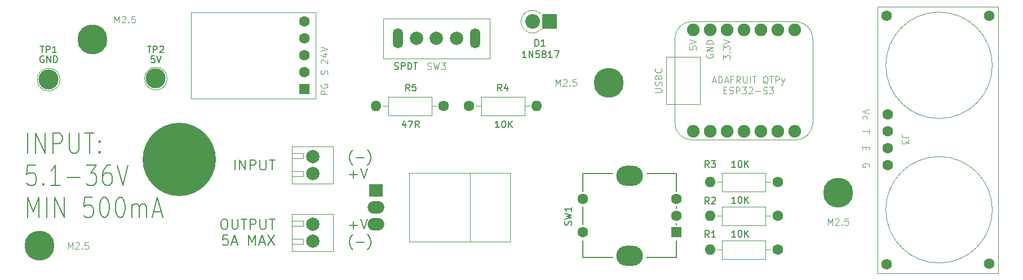
<source format=gbr>
%TF.GenerationSoftware,KiCad,Pcbnew,8.0.4*%
%TF.CreationDate,2024-09-21T18:09:02-04:00*%
%TF.ProjectId,cablight,6361626c-6967-4687-942e-6b696361645f,rev?*%
%TF.SameCoordinates,Original*%
%TF.FileFunction,Soldermask,Top*%
%TF.FilePolarity,Negative*%
%FSLAX46Y46*%
G04 Gerber Fmt 4.6, Leading zero omitted, Abs format (unit mm)*
G04 Created by KiCad (PCBNEW 8.0.4) date 2024-09-21 18:09:02*
%MOMM*%
%LPD*%
G01*
G04 APERTURE LIST*
G04 Aperture macros list*
%AMRoundRect*
0 Rectangle with rounded corners*
0 $1 Rounding radius*
0 $2 $3 $4 $5 $6 $7 $8 $9 X,Y pos of 4 corners*
0 Add a 4 corners polygon primitive as box body*
4,1,4,$2,$3,$4,$5,$6,$7,$8,$9,$2,$3,0*
0 Add four circle primitives for the rounded corners*
1,1,$1+$1,$2,$3*
1,1,$1+$1,$4,$5*
1,1,$1+$1,$6,$7*
1,1,$1+$1,$8,$9*
0 Add four rect primitives between the rounded corners*
20,1,$1+$1,$2,$3,$4,$5,0*
20,1,$1+$1,$4,$5,$6,$7,0*
20,1,$1+$1,$6,$7,$8,$9,0*
20,1,$1+$1,$8,$9,$2,$3,0*%
G04 Aperture macros list end*
%ADD10C,1.600000*%
%ADD11O,1.600000X1.600000*%
%ADD12C,1.901600*%
%ADD13C,11.000000*%
%ADD14C,3.000000*%
%ADD15RoundRect,1.500000X0.500000X-0.000010X0.500000X0.000010X-0.500000X0.000010X-0.500000X-0.000010X0*%
%ADD16R,1.600000X1.600000*%
%ADD17C,4.500000*%
%ADD18R,2.200000X2.200000*%
%ADD19O,2.200000X2.200000*%
%ADD20O,1.500000X3.000000*%
%ADD21C,2.000000*%
%ADD22R,2.000000X1.900000*%
%ADD23O,2.500000X1.900000*%
%ADD24C,0.200000*%
%ADD25C,0.100000*%
%ADD26C,0.150000*%
%ADD27C,0.120000*%
%ADD28C,0.050000*%
G04 APERTURE END LIST*
D10*
%TO.C,R1*%
X225902000Y-117580000D03*
D11*
X215742000Y-117580000D03*
%TD*%
D10*
%TO.C,R4*%
X179547000Y-95990000D03*
D11*
X189707000Y-95990000D03*
%TD*%
D12*
%TO.C,U1*%
X213202000Y-99800000D03*
X215742000Y-99800000D03*
X218282000Y-99800000D03*
X220822000Y-99800000D03*
X223362000Y-99800000D03*
X225902000Y-99800000D03*
X228442000Y-99800000D03*
X228442000Y-84560000D03*
X225902000Y-84560000D03*
X223362000Y-84560000D03*
X220822000Y-84560000D03*
X218282000Y-84560000D03*
X215742000Y-84560000D03*
X213202000Y-84560000D03*
%TD*%
D13*
%TO.C,*%
X136000000Y-104000000D03*
%TD*%
D14*
%TO.C,TP2*%
X132500000Y-91850000D03*
%TD*%
D15*
%TO.C,SW1*%
X203662000Y-118460000D03*
X203662000Y-106460000D03*
D10*
X196662000Y-114960000D03*
X196662000Y-109960000D03*
D16*
X210662000Y-114960000D03*
D10*
X210662000Y-109960000D03*
X210662000Y-112460000D03*
%TD*%
D17*
%TO.C,REF\u002A\u002A*%
X234982000Y-109000000D03*
%TD*%
%TO.C,REF\u002A\u002A*%
X115000000Y-117000000D03*
%TD*%
%TO.C,REF\u002A\u002A*%
X200500000Y-92500000D03*
%TD*%
D10*
%TO.C,R2*%
X225902000Y-112500000D03*
D11*
X215742000Y-112500000D03*
%TD*%
D10*
%TO.C,J3*%
X257700000Y-82420000D03*
X242300000Y-82420000D03*
X257700000Y-119695000D03*
X242300000Y-119720000D03*
X242412000Y-97260000D03*
X242412000Y-99800000D03*
X242412000Y-102340000D03*
X242412000Y-104880000D03*
%TD*%
D16*
%TO.C,Pololu_5V_1*%
X154782000Y-93450000D03*
D10*
X154782000Y-90910000D03*
X154782000Y-88370000D03*
X154782000Y-85830000D03*
X154782000Y-83290000D03*
%TD*%
D18*
%TO.C,D1*%
X191612000Y-83290000D03*
D19*
X189072000Y-83290000D03*
%TD*%
D14*
%TO.C,TP1*%
X116397000Y-92000000D03*
%TD*%
D20*
%TO.C,SW3*%
X180442000Y-85830000D03*
D21*
X171642000Y-85830000D03*
D20*
X168842000Y-85830000D03*
D21*
X174642000Y-85830000D03*
X177642000Y-85830000D03*
%TD*%
%TO.C,J1*%
X156052000Y-106150000D03*
X156052000Y-103610000D03*
%TD*%
D22*
%TO.C,Q1*%
X165577000Y-108690000D03*
D23*
X165577000Y-111230000D03*
X165577000Y-113770000D03*
%TD*%
D10*
%TO.C,R5*%
X175737000Y-95990000D03*
D11*
X165577000Y-95990000D03*
%TD*%
D17*
%TO.C,REF\u002A\u002A*%
X123000000Y-86000000D03*
%TD*%
D10*
%TO.C,R3*%
X225902000Y-107420000D03*
D11*
X215742000Y-107420000D03*
%TD*%
D21*
%TO.C,J2*%
X156052000Y-116310000D03*
X156052000Y-113770000D03*
%TD*%
D24*
X113226816Y-103047625D02*
X113226816Y-100047625D01*
X114417292Y-103047625D02*
X114417292Y-100047625D01*
X114417292Y-100047625D02*
X115845863Y-103047625D01*
X115845863Y-103047625D02*
X115845863Y-100047625D01*
X117036340Y-103047625D02*
X117036340Y-100047625D01*
X117036340Y-100047625D02*
X117988721Y-100047625D01*
X117988721Y-100047625D02*
X118226816Y-100190482D01*
X118226816Y-100190482D02*
X118345863Y-100333339D01*
X118345863Y-100333339D02*
X118464911Y-100619053D01*
X118464911Y-100619053D02*
X118464911Y-101047625D01*
X118464911Y-101047625D02*
X118345863Y-101333339D01*
X118345863Y-101333339D02*
X118226816Y-101476196D01*
X118226816Y-101476196D02*
X117988721Y-101619053D01*
X117988721Y-101619053D02*
X117036340Y-101619053D01*
X119536340Y-100047625D02*
X119536340Y-102476196D01*
X119536340Y-102476196D02*
X119655387Y-102761910D01*
X119655387Y-102761910D02*
X119774435Y-102904768D01*
X119774435Y-102904768D02*
X120012530Y-103047625D01*
X120012530Y-103047625D02*
X120488721Y-103047625D01*
X120488721Y-103047625D02*
X120726816Y-102904768D01*
X120726816Y-102904768D02*
X120845863Y-102761910D01*
X120845863Y-102761910D02*
X120964911Y-102476196D01*
X120964911Y-102476196D02*
X120964911Y-100047625D01*
X121798245Y-100047625D02*
X123226816Y-100047625D01*
X122512530Y-103047625D02*
X122512530Y-100047625D01*
X124060150Y-102761910D02*
X124179197Y-102904768D01*
X124179197Y-102904768D02*
X124060150Y-103047625D01*
X124060150Y-103047625D02*
X123941102Y-102904768D01*
X123941102Y-102904768D02*
X124060150Y-102761910D01*
X124060150Y-102761910D02*
X124060150Y-103047625D01*
X124060150Y-101190482D02*
X124179197Y-101333339D01*
X124179197Y-101333339D02*
X124060150Y-101476196D01*
X124060150Y-101476196D02*
X123941102Y-101333339D01*
X123941102Y-101333339D02*
X124060150Y-101190482D01*
X124060150Y-101190482D02*
X124060150Y-101476196D01*
X114417292Y-104877457D02*
X113226816Y-104877457D01*
X113226816Y-104877457D02*
X113107768Y-106306028D01*
X113107768Y-106306028D02*
X113226816Y-106163171D01*
X113226816Y-106163171D02*
X113464911Y-106020314D01*
X113464911Y-106020314D02*
X114060149Y-106020314D01*
X114060149Y-106020314D02*
X114298244Y-106163171D01*
X114298244Y-106163171D02*
X114417292Y-106306028D01*
X114417292Y-106306028D02*
X114536339Y-106591742D01*
X114536339Y-106591742D02*
X114536339Y-107306028D01*
X114536339Y-107306028D02*
X114417292Y-107591742D01*
X114417292Y-107591742D02*
X114298244Y-107734600D01*
X114298244Y-107734600D02*
X114060149Y-107877457D01*
X114060149Y-107877457D02*
X113464911Y-107877457D01*
X113464911Y-107877457D02*
X113226816Y-107734600D01*
X113226816Y-107734600D02*
X113107768Y-107591742D01*
X115607768Y-107591742D02*
X115726815Y-107734600D01*
X115726815Y-107734600D02*
X115607768Y-107877457D01*
X115607768Y-107877457D02*
X115488720Y-107734600D01*
X115488720Y-107734600D02*
X115607768Y-107591742D01*
X115607768Y-107591742D02*
X115607768Y-107877457D01*
X118107767Y-107877457D02*
X116679196Y-107877457D01*
X117393482Y-107877457D02*
X117393482Y-104877457D01*
X117393482Y-104877457D02*
X117155386Y-105306028D01*
X117155386Y-105306028D02*
X116917291Y-105591742D01*
X116917291Y-105591742D02*
X116679196Y-105734600D01*
X119179196Y-106734600D02*
X121083958Y-106734600D01*
X122036338Y-104877457D02*
X123583957Y-104877457D01*
X123583957Y-104877457D02*
X122750624Y-106020314D01*
X122750624Y-106020314D02*
X123107767Y-106020314D01*
X123107767Y-106020314D02*
X123345862Y-106163171D01*
X123345862Y-106163171D02*
X123464910Y-106306028D01*
X123464910Y-106306028D02*
X123583957Y-106591742D01*
X123583957Y-106591742D02*
X123583957Y-107306028D01*
X123583957Y-107306028D02*
X123464910Y-107591742D01*
X123464910Y-107591742D02*
X123345862Y-107734600D01*
X123345862Y-107734600D02*
X123107767Y-107877457D01*
X123107767Y-107877457D02*
X122393481Y-107877457D01*
X122393481Y-107877457D02*
X122155386Y-107734600D01*
X122155386Y-107734600D02*
X122036338Y-107591742D01*
X125726814Y-104877457D02*
X125250624Y-104877457D01*
X125250624Y-104877457D02*
X125012528Y-105020314D01*
X125012528Y-105020314D02*
X124893481Y-105163171D01*
X124893481Y-105163171D02*
X124655386Y-105591742D01*
X124655386Y-105591742D02*
X124536338Y-106163171D01*
X124536338Y-106163171D02*
X124536338Y-107306028D01*
X124536338Y-107306028D02*
X124655386Y-107591742D01*
X124655386Y-107591742D02*
X124774433Y-107734600D01*
X124774433Y-107734600D02*
X125012528Y-107877457D01*
X125012528Y-107877457D02*
X125488719Y-107877457D01*
X125488719Y-107877457D02*
X125726814Y-107734600D01*
X125726814Y-107734600D02*
X125845862Y-107591742D01*
X125845862Y-107591742D02*
X125964909Y-107306028D01*
X125964909Y-107306028D02*
X125964909Y-106591742D01*
X125964909Y-106591742D02*
X125845862Y-106306028D01*
X125845862Y-106306028D02*
X125726814Y-106163171D01*
X125726814Y-106163171D02*
X125488719Y-106020314D01*
X125488719Y-106020314D02*
X125012528Y-106020314D01*
X125012528Y-106020314D02*
X124774433Y-106163171D01*
X124774433Y-106163171D02*
X124655386Y-106306028D01*
X124655386Y-106306028D02*
X124536338Y-106591742D01*
X126679195Y-104877457D02*
X127512528Y-107877457D01*
X127512528Y-107877457D02*
X128345861Y-104877457D01*
X113226816Y-112707289D02*
X113226816Y-109707289D01*
X113226816Y-109707289D02*
X114060149Y-111850146D01*
X114060149Y-111850146D02*
X114893482Y-109707289D01*
X114893482Y-109707289D02*
X114893482Y-112707289D01*
X116083959Y-112707289D02*
X116083959Y-109707289D01*
X117274435Y-112707289D02*
X117274435Y-109707289D01*
X117274435Y-109707289D02*
X118703006Y-112707289D01*
X118703006Y-112707289D02*
X118703006Y-109707289D01*
X122988721Y-109707289D02*
X121798245Y-109707289D01*
X121798245Y-109707289D02*
X121679197Y-111135860D01*
X121679197Y-111135860D02*
X121798245Y-110993003D01*
X121798245Y-110993003D02*
X122036340Y-110850146D01*
X122036340Y-110850146D02*
X122631578Y-110850146D01*
X122631578Y-110850146D02*
X122869673Y-110993003D01*
X122869673Y-110993003D02*
X122988721Y-111135860D01*
X122988721Y-111135860D02*
X123107768Y-111421574D01*
X123107768Y-111421574D02*
X123107768Y-112135860D01*
X123107768Y-112135860D02*
X122988721Y-112421574D01*
X122988721Y-112421574D02*
X122869673Y-112564432D01*
X122869673Y-112564432D02*
X122631578Y-112707289D01*
X122631578Y-112707289D02*
X122036340Y-112707289D01*
X122036340Y-112707289D02*
X121798245Y-112564432D01*
X121798245Y-112564432D02*
X121679197Y-112421574D01*
X124655387Y-109707289D02*
X124893482Y-109707289D01*
X124893482Y-109707289D02*
X125131578Y-109850146D01*
X125131578Y-109850146D02*
X125250625Y-109993003D01*
X125250625Y-109993003D02*
X125369673Y-110278717D01*
X125369673Y-110278717D02*
X125488720Y-110850146D01*
X125488720Y-110850146D02*
X125488720Y-111564432D01*
X125488720Y-111564432D02*
X125369673Y-112135860D01*
X125369673Y-112135860D02*
X125250625Y-112421574D01*
X125250625Y-112421574D02*
X125131578Y-112564432D01*
X125131578Y-112564432D02*
X124893482Y-112707289D01*
X124893482Y-112707289D02*
X124655387Y-112707289D01*
X124655387Y-112707289D02*
X124417292Y-112564432D01*
X124417292Y-112564432D02*
X124298244Y-112421574D01*
X124298244Y-112421574D02*
X124179197Y-112135860D01*
X124179197Y-112135860D02*
X124060149Y-111564432D01*
X124060149Y-111564432D02*
X124060149Y-110850146D01*
X124060149Y-110850146D02*
X124179197Y-110278717D01*
X124179197Y-110278717D02*
X124298244Y-109993003D01*
X124298244Y-109993003D02*
X124417292Y-109850146D01*
X124417292Y-109850146D02*
X124655387Y-109707289D01*
X127036339Y-109707289D02*
X127274434Y-109707289D01*
X127274434Y-109707289D02*
X127512530Y-109850146D01*
X127512530Y-109850146D02*
X127631577Y-109993003D01*
X127631577Y-109993003D02*
X127750625Y-110278717D01*
X127750625Y-110278717D02*
X127869672Y-110850146D01*
X127869672Y-110850146D02*
X127869672Y-111564432D01*
X127869672Y-111564432D02*
X127750625Y-112135860D01*
X127750625Y-112135860D02*
X127631577Y-112421574D01*
X127631577Y-112421574D02*
X127512530Y-112564432D01*
X127512530Y-112564432D02*
X127274434Y-112707289D01*
X127274434Y-112707289D02*
X127036339Y-112707289D01*
X127036339Y-112707289D02*
X126798244Y-112564432D01*
X126798244Y-112564432D02*
X126679196Y-112421574D01*
X126679196Y-112421574D02*
X126560149Y-112135860D01*
X126560149Y-112135860D02*
X126441101Y-111564432D01*
X126441101Y-111564432D02*
X126441101Y-110850146D01*
X126441101Y-110850146D02*
X126560149Y-110278717D01*
X126560149Y-110278717D02*
X126679196Y-109993003D01*
X126679196Y-109993003D02*
X126798244Y-109850146D01*
X126798244Y-109850146D02*
X127036339Y-109707289D01*
X128941101Y-112707289D02*
X128941101Y-110707289D01*
X128941101Y-110993003D02*
X129060148Y-110850146D01*
X129060148Y-110850146D02*
X129298243Y-110707289D01*
X129298243Y-110707289D02*
X129655386Y-110707289D01*
X129655386Y-110707289D02*
X129893482Y-110850146D01*
X129893482Y-110850146D02*
X130012529Y-111135860D01*
X130012529Y-111135860D02*
X130012529Y-112707289D01*
X130012529Y-111135860D02*
X130131577Y-110850146D01*
X130131577Y-110850146D02*
X130369672Y-110707289D01*
X130369672Y-110707289D02*
X130726815Y-110707289D01*
X130726815Y-110707289D02*
X130964910Y-110850146D01*
X130964910Y-110850146D02*
X131083958Y-111135860D01*
X131083958Y-111135860D02*
X131083958Y-112707289D01*
X132155386Y-111850146D02*
X133345862Y-111850146D01*
X131917291Y-112707289D02*
X132750624Y-109707289D01*
X132750624Y-109707289D02*
X133583957Y-112707289D01*
X144377563Y-105563528D02*
X144377563Y-104063528D01*
X145091849Y-105563528D02*
X145091849Y-104063528D01*
X145091849Y-104063528D02*
X145948992Y-105563528D01*
X145948992Y-105563528D02*
X145948992Y-104063528D01*
X146663278Y-105563528D02*
X146663278Y-104063528D01*
X146663278Y-104063528D02*
X147234707Y-104063528D01*
X147234707Y-104063528D02*
X147377564Y-104134957D01*
X147377564Y-104134957D02*
X147448993Y-104206385D01*
X147448993Y-104206385D02*
X147520421Y-104349242D01*
X147520421Y-104349242D02*
X147520421Y-104563528D01*
X147520421Y-104563528D02*
X147448993Y-104706385D01*
X147448993Y-104706385D02*
X147377564Y-104777814D01*
X147377564Y-104777814D02*
X147234707Y-104849242D01*
X147234707Y-104849242D02*
X146663278Y-104849242D01*
X148163278Y-104063528D02*
X148163278Y-105277814D01*
X148163278Y-105277814D02*
X148234707Y-105420671D01*
X148234707Y-105420671D02*
X148306136Y-105492100D01*
X148306136Y-105492100D02*
X148448993Y-105563528D01*
X148448993Y-105563528D02*
X148734707Y-105563528D01*
X148734707Y-105563528D02*
X148877564Y-105492100D01*
X148877564Y-105492100D02*
X148948993Y-105420671D01*
X148948993Y-105420671D02*
X149020421Y-105277814D01*
X149020421Y-105277814D02*
X149020421Y-104063528D01*
X149520422Y-104063528D02*
X150377565Y-104063528D01*
X149948993Y-105563528D02*
X149948993Y-104063528D01*
D25*
X216095238Y-92226760D02*
X216571428Y-92226760D01*
X216000000Y-92512475D02*
X216333333Y-91512475D01*
X216333333Y-91512475D02*
X216666666Y-92512475D01*
X217000000Y-92512475D02*
X217000000Y-91512475D01*
X217000000Y-91512475D02*
X217238095Y-91512475D01*
X217238095Y-91512475D02*
X217380952Y-91560094D01*
X217380952Y-91560094D02*
X217476190Y-91655332D01*
X217476190Y-91655332D02*
X217523809Y-91750570D01*
X217523809Y-91750570D02*
X217571428Y-91941046D01*
X217571428Y-91941046D02*
X217571428Y-92083903D01*
X217571428Y-92083903D02*
X217523809Y-92274379D01*
X217523809Y-92274379D02*
X217476190Y-92369617D01*
X217476190Y-92369617D02*
X217380952Y-92464856D01*
X217380952Y-92464856D02*
X217238095Y-92512475D01*
X217238095Y-92512475D02*
X217000000Y-92512475D01*
X217952381Y-92226760D02*
X218428571Y-92226760D01*
X217857143Y-92512475D02*
X218190476Y-91512475D01*
X218190476Y-91512475D02*
X218523809Y-92512475D01*
X219190476Y-91988665D02*
X218857143Y-91988665D01*
X218857143Y-92512475D02*
X218857143Y-91512475D01*
X218857143Y-91512475D02*
X219333333Y-91512475D01*
X220285714Y-92512475D02*
X219952381Y-92036284D01*
X219714286Y-92512475D02*
X219714286Y-91512475D01*
X219714286Y-91512475D02*
X220095238Y-91512475D01*
X220095238Y-91512475D02*
X220190476Y-91560094D01*
X220190476Y-91560094D02*
X220238095Y-91607713D01*
X220238095Y-91607713D02*
X220285714Y-91702951D01*
X220285714Y-91702951D02*
X220285714Y-91845808D01*
X220285714Y-91845808D02*
X220238095Y-91941046D01*
X220238095Y-91941046D02*
X220190476Y-91988665D01*
X220190476Y-91988665D02*
X220095238Y-92036284D01*
X220095238Y-92036284D02*
X219714286Y-92036284D01*
X220714286Y-91512475D02*
X220714286Y-92321998D01*
X220714286Y-92321998D02*
X220761905Y-92417236D01*
X220761905Y-92417236D02*
X220809524Y-92464856D01*
X220809524Y-92464856D02*
X220904762Y-92512475D01*
X220904762Y-92512475D02*
X221095238Y-92512475D01*
X221095238Y-92512475D02*
X221190476Y-92464856D01*
X221190476Y-92464856D02*
X221238095Y-92417236D01*
X221238095Y-92417236D02*
X221285714Y-92321998D01*
X221285714Y-92321998D02*
X221285714Y-91512475D01*
X221761905Y-92512475D02*
X221761905Y-91512475D01*
X222095238Y-91512475D02*
X222666666Y-91512475D01*
X222380952Y-92512475D02*
X222380952Y-91512475D01*
X224428571Y-92607713D02*
X224333333Y-92560094D01*
X224333333Y-92560094D02*
X224238095Y-92464856D01*
X224238095Y-92464856D02*
X224095238Y-92321998D01*
X224095238Y-92321998D02*
X224000000Y-92274379D01*
X224000000Y-92274379D02*
X223904762Y-92274379D01*
X223952381Y-92512475D02*
X223857143Y-92464856D01*
X223857143Y-92464856D02*
X223761905Y-92369617D01*
X223761905Y-92369617D02*
X223714286Y-92179141D01*
X223714286Y-92179141D02*
X223714286Y-91845808D01*
X223714286Y-91845808D02*
X223761905Y-91655332D01*
X223761905Y-91655332D02*
X223857143Y-91560094D01*
X223857143Y-91560094D02*
X223952381Y-91512475D01*
X223952381Y-91512475D02*
X224142857Y-91512475D01*
X224142857Y-91512475D02*
X224238095Y-91560094D01*
X224238095Y-91560094D02*
X224333333Y-91655332D01*
X224333333Y-91655332D02*
X224380952Y-91845808D01*
X224380952Y-91845808D02*
X224380952Y-92179141D01*
X224380952Y-92179141D02*
X224333333Y-92369617D01*
X224333333Y-92369617D02*
X224238095Y-92464856D01*
X224238095Y-92464856D02*
X224142857Y-92512475D01*
X224142857Y-92512475D02*
X223952381Y-92512475D01*
X224666667Y-91512475D02*
X225238095Y-91512475D01*
X224952381Y-92512475D02*
X224952381Y-91512475D01*
X225571429Y-92512475D02*
X225571429Y-91512475D01*
X225571429Y-91512475D02*
X225952381Y-91512475D01*
X225952381Y-91512475D02*
X226047619Y-91560094D01*
X226047619Y-91560094D02*
X226095238Y-91607713D01*
X226095238Y-91607713D02*
X226142857Y-91702951D01*
X226142857Y-91702951D02*
X226142857Y-91845808D01*
X226142857Y-91845808D02*
X226095238Y-91941046D01*
X226095238Y-91941046D02*
X226047619Y-91988665D01*
X226047619Y-91988665D02*
X225952381Y-92036284D01*
X225952381Y-92036284D02*
X225571429Y-92036284D01*
X226476191Y-91845808D02*
X226714286Y-92512475D01*
X226952381Y-91845808D02*
X226714286Y-92512475D01*
X226714286Y-92512475D02*
X226619048Y-92750570D01*
X226619048Y-92750570D02*
X226571429Y-92798189D01*
X226571429Y-92798189D02*
X226476191Y-92845808D01*
X217785714Y-93598609D02*
X218119047Y-93598609D01*
X218261904Y-94122419D02*
X217785714Y-94122419D01*
X217785714Y-94122419D02*
X217785714Y-93122419D01*
X217785714Y-93122419D02*
X218261904Y-93122419D01*
X218642857Y-94074800D02*
X218785714Y-94122419D01*
X218785714Y-94122419D02*
X219023809Y-94122419D01*
X219023809Y-94122419D02*
X219119047Y-94074800D01*
X219119047Y-94074800D02*
X219166666Y-94027180D01*
X219166666Y-94027180D02*
X219214285Y-93931942D01*
X219214285Y-93931942D02*
X219214285Y-93836704D01*
X219214285Y-93836704D02*
X219166666Y-93741466D01*
X219166666Y-93741466D02*
X219119047Y-93693847D01*
X219119047Y-93693847D02*
X219023809Y-93646228D01*
X219023809Y-93646228D02*
X218833333Y-93598609D01*
X218833333Y-93598609D02*
X218738095Y-93550990D01*
X218738095Y-93550990D02*
X218690476Y-93503371D01*
X218690476Y-93503371D02*
X218642857Y-93408133D01*
X218642857Y-93408133D02*
X218642857Y-93312895D01*
X218642857Y-93312895D02*
X218690476Y-93217657D01*
X218690476Y-93217657D02*
X218738095Y-93170038D01*
X218738095Y-93170038D02*
X218833333Y-93122419D01*
X218833333Y-93122419D02*
X219071428Y-93122419D01*
X219071428Y-93122419D02*
X219214285Y-93170038D01*
X219642857Y-94122419D02*
X219642857Y-93122419D01*
X219642857Y-93122419D02*
X220023809Y-93122419D01*
X220023809Y-93122419D02*
X220119047Y-93170038D01*
X220119047Y-93170038D02*
X220166666Y-93217657D01*
X220166666Y-93217657D02*
X220214285Y-93312895D01*
X220214285Y-93312895D02*
X220214285Y-93455752D01*
X220214285Y-93455752D02*
X220166666Y-93550990D01*
X220166666Y-93550990D02*
X220119047Y-93598609D01*
X220119047Y-93598609D02*
X220023809Y-93646228D01*
X220023809Y-93646228D02*
X219642857Y-93646228D01*
X220547619Y-93122419D02*
X221166666Y-93122419D01*
X221166666Y-93122419D02*
X220833333Y-93503371D01*
X220833333Y-93503371D02*
X220976190Y-93503371D01*
X220976190Y-93503371D02*
X221071428Y-93550990D01*
X221071428Y-93550990D02*
X221119047Y-93598609D01*
X221119047Y-93598609D02*
X221166666Y-93693847D01*
X221166666Y-93693847D02*
X221166666Y-93931942D01*
X221166666Y-93931942D02*
X221119047Y-94027180D01*
X221119047Y-94027180D02*
X221071428Y-94074800D01*
X221071428Y-94074800D02*
X220976190Y-94122419D01*
X220976190Y-94122419D02*
X220690476Y-94122419D01*
X220690476Y-94122419D02*
X220595238Y-94074800D01*
X220595238Y-94074800D02*
X220547619Y-94027180D01*
X221547619Y-93217657D02*
X221595238Y-93170038D01*
X221595238Y-93170038D02*
X221690476Y-93122419D01*
X221690476Y-93122419D02*
X221928571Y-93122419D01*
X221928571Y-93122419D02*
X222023809Y-93170038D01*
X222023809Y-93170038D02*
X222071428Y-93217657D01*
X222071428Y-93217657D02*
X222119047Y-93312895D01*
X222119047Y-93312895D02*
X222119047Y-93408133D01*
X222119047Y-93408133D02*
X222071428Y-93550990D01*
X222071428Y-93550990D02*
X221500000Y-94122419D01*
X221500000Y-94122419D02*
X222119047Y-94122419D01*
X222547619Y-93741466D02*
X223309524Y-93741466D01*
X223738095Y-94074800D02*
X223880952Y-94122419D01*
X223880952Y-94122419D02*
X224119047Y-94122419D01*
X224119047Y-94122419D02*
X224214285Y-94074800D01*
X224214285Y-94074800D02*
X224261904Y-94027180D01*
X224261904Y-94027180D02*
X224309523Y-93931942D01*
X224309523Y-93931942D02*
X224309523Y-93836704D01*
X224309523Y-93836704D02*
X224261904Y-93741466D01*
X224261904Y-93741466D02*
X224214285Y-93693847D01*
X224214285Y-93693847D02*
X224119047Y-93646228D01*
X224119047Y-93646228D02*
X223928571Y-93598609D01*
X223928571Y-93598609D02*
X223833333Y-93550990D01*
X223833333Y-93550990D02*
X223785714Y-93503371D01*
X223785714Y-93503371D02*
X223738095Y-93408133D01*
X223738095Y-93408133D02*
X223738095Y-93312895D01*
X223738095Y-93312895D02*
X223785714Y-93217657D01*
X223785714Y-93217657D02*
X223833333Y-93170038D01*
X223833333Y-93170038D02*
X223928571Y-93122419D01*
X223928571Y-93122419D02*
X224166666Y-93122419D01*
X224166666Y-93122419D02*
X224309523Y-93170038D01*
X224642857Y-93122419D02*
X225261904Y-93122419D01*
X225261904Y-93122419D02*
X224928571Y-93503371D01*
X224928571Y-93503371D02*
X225071428Y-93503371D01*
X225071428Y-93503371D02*
X225166666Y-93550990D01*
X225166666Y-93550990D02*
X225214285Y-93598609D01*
X225214285Y-93598609D02*
X225261904Y-93693847D01*
X225261904Y-93693847D02*
X225261904Y-93931942D01*
X225261904Y-93931942D02*
X225214285Y-94027180D01*
X225214285Y-94027180D02*
X225166666Y-94074800D01*
X225166666Y-94074800D02*
X225071428Y-94122419D01*
X225071428Y-94122419D02*
X224785714Y-94122419D01*
X224785714Y-94122419D02*
X224690476Y-94074800D01*
X224690476Y-94074800D02*
X224642857Y-94027180D01*
D24*
X142663278Y-112976070D02*
X142948992Y-112976070D01*
X142948992Y-112976070D02*
X143091849Y-113047499D01*
X143091849Y-113047499D02*
X143234706Y-113190356D01*
X143234706Y-113190356D02*
X143306135Y-113476070D01*
X143306135Y-113476070D02*
X143306135Y-113976070D01*
X143306135Y-113976070D02*
X143234706Y-114261784D01*
X143234706Y-114261784D02*
X143091849Y-114404642D01*
X143091849Y-114404642D02*
X142948992Y-114476070D01*
X142948992Y-114476070D02*
X142663278Y-114476070D01*
X142663278Y-114476070D02*
X142520421Y-114404642D01*
X142520421Y-114404642D02*
X142377563Y-114261784D01*
X142377563Y-114261784D02*
X142306135Y-113976070D01*
X142306135Y-113976070D02*
X142306135Y-113476070D01*
X142306135Y-113476070D02*
X142377563Y-113190356D01*
X142377563Y-113190356D02*
X142520421Y-113047499D01*
X142520421Y-113047499D02*
X142663278Y-112976070D01*
X143948992Y-112976070D02*
X143948992Y-114190356D01*
X143948992Y-114190356D02*
X144020421Y-114333213D01*
X144020421Y-114333213D02*
X144091850Y-114404642D01*
X144091850Y-114404642D02*
X144234707Y-114476070D01*
X144234707Y-114476070D02*
X144520421Y-114476070D01*
X144520421Y-114476070D02*
X144663278Y-114404642D01*
X144663278Y-114404642D02*
X144734707Y-114333213D01*
X144734707Y-114333213D02*
X144806135Y-114190356D01*
X144806135Y-114190356D02*
X144806135Y-112976070D01*
X145306136Y-112976070D02*
X146163279Y-112976070D01*
X145734707Y-114476070D02*
X145734707Y-112976070D01*
X146663278Y-114476070D02*
X146663278Y-112976070D01*
X146663278Y-112976070D02*
X147234707Y-112976070D01*
X147234707Y-112976070D02*
X147377564Y-113047499D01*
X147377564Y-113047499D02*
X147448993Y-113118927D01*
X147448993Y-113118927D02*
X147520421Y-113261784D01*
X147520421Y-113261784D02*
X147520421Y-113476070D01*
X147520421Y-113476070D02*
X147448993Y-113618927D01*
X147448993Y-113618927D02*
X147377564Y-113690356D01*
X147377564Y-113690356D02*
X147234707Y-113761784D01*
X147234707Y-113761784D02*
X146663278Y-113761784D01*
X148163278Y-112976070D02*
X148163278Y-114190356D01*
X148163278Y-114190356D02*
X148234707Y-114333213D01*
X148234707Y-114333213D02*
X148306136Y-114404642D01*
X148306136Y-114404642D02*
X148448993Y-114476070D01*
X148448993Y-114476070D02*
X148734707Y-114476070D01*
X148734707Y-114476070D02*
X148877564Y-114404642D01*
X148877564Y-114404642D02*
X148948993Y-114333213D01*
X148948993Y-114333213D02*
X149020421Y-114190356D01*
X149020421Y-114190356D02*
X149020421Y-112976070D01*
X149520422Y-112976070D02*
X150377565Y-112976070D01*
X149948993Y-114476070D02*
X149948993Y-112976070D01*
X143306137Y-115390986D02*
X142591851Y-115390986D01*
X142591851Y-115390986D02*
X142520423Y-116105272D01*
X142520423Y-116105272D02*
X142591851Y-116033843D01*
X142591851Y-116033843D02*
X142734709Y-115962415D01*
X142734709Y-115962415D02*
X143091851Y-115962415D01*
X143091851Y-115962415D02*
X143234709Y-116033843D01*
X143234709Y-116033843D02*
X143306137Y-116105272D01*
X143306137Y-116105272D02*
X143377566Y-116248129D01*
X143377566Y-116248129D02*
X143377566Y-116605272D01*
X143377566Y-116605272D02*
X143306137Y-116748129D01*
X143306137Y-116748129D02*
X143234709Y-116819558D01*
X143234709Y-116819558D02*
X143091851Y-116890986D01*
X143091851Y-116890986D02*
X142734709Y-116890986D01*
X142734709Y-116890986D02*
X142591851Y-116819558D01*
X142591851Y-116819558D02*
X142520423Y-116748129D01*
X143948994Y-116462415D02*
X144663280Y-116462415D01*
X143806137Y-116890986D02*
X144306137Y-115390986D01*
X144306137Y-115390986D02*
X144806137Y-116890986D01*
X146448993Y-116890986D02*
X146448993Y-115390986D01*
X146448993Y-115390986D02*
X146948993Y-116462415D01*
X146948993Y-116462415D02*
X147448993Y-115390986D01*
X147448993Y-115390986D02*
X147448993Y-116890986D01*
X148091851Y-116462415D02*
X148806137Y-116462415D01*
X147948994Y-116890986D02*
X148448994Y-115390986D01*
X148448994Y-115390986D02*
X148948994Y-116890986D01*
X149306136Y-115390986D02*
X150306136Y-116890986D01*
X150306136Y-115390986D02*
X149306136Y-116890986D01*
X161620720Y-113882100D02*
X162763578Y-113882100D01*
X162192149Y-114453528D02*
X162192149Y-113310671D01*
X163263578Y-112953528D02*
X163763578Y-114453528D01*
X163763578Y-114453528D02*
X164263578Y-112953528D01*
X162049292Y-104864957D02*
X161977863Y-104793528D01*
X161977863Y-104793528D02*
X161835006Y-104579242D01*
X161835006Y-104579242D02*
X161763578Y-104436385D01*
X161763578Y-104436385D02*
X161692149Y-104222100D01*
X161692149Y-104222100D02*
X161620720Y-103864957D01*
X161620720Y-103864957D02*
X161620720Y-103579242D01*
X161620720Y-103579242D02*
X161692149Y-103222100D01*
X161692149Y-103222100D02*
X161763578Y-103007814D01*
X161763578Y-103007814D02*
X161835006Y-102864957D01*
X161835006Y-102864957D02*
X161977863Y-102650671D01*
X161977863Y-102650671D02*
X162049292Y-102579242D01*
X162620720Y-103722100D02*
X163763578Y-103722100D01*
X164335006Y-104864957D02*
X164406435Y-104793528D01*
X164406435Y-104793528D02*
X164549292Y-104579242D01*
X164549292Y-104579242D02*
X164620721Y-104436385D01*
X164620721Y-104436385D02*
X164692149Y-104222100D01*
X164692149Y-104222100D02*
X164763578Y-103864957D01*
X164763578Y-103864957D02*
X164763578Y-103579242D01*
X164763578Y-103579242D02*
X164692149Y-103222100D01*
X164692149Y-103222100D02*
X164620721Y-103007814D01*
X164620721Y-103007814D02*
X164549292Y-102864957D01*
X164549292Y-102864957D02*
X164406435Y-102650671D01*
X164406435Y-102650671D02*
X164335006Y-102579242D01*
X161620720Y-106262100D02*
X162763578Y-106262100D01*
X162192149Y-106833528D02*
X162192149Y-105690671D01*
X163263578Y-105333528D02*
X163763578Y-106833528D01*
X163763578Y-106833528D02*
X164263578Y-105333528D01*
X162049292Y-117564957D02*
X161977863Y-117493528D01*
X161977863Y-117493528D02*
X161835006Y-117279242D01*
X161835006Y-117279242D02*
X161763578Y-117136385D01*
X161763578Y-117136385D02*
X161692149Y-116922100D01*
X161692149Y-116922100D02*
X161620720Y-116564957D01*
X161620720Y-116564957D02*
X161620720Y-116279242D01*
X161620720Y-116279242D02*
X161692149Y-115922100D01*
X161692149Y-115922100D02*
X161763578Y-115707814D01*
X161763578Y-115707814D02*
X161835006Y-115564957D01*
X161835006Y-115564957D02*
X161977863Y-115350671D01*
X161977863Y-115350671D02*
X162049292Y-115279242D01*
X162620720Y-116422100D02*
X163763578Y-116422100D01*
X164335006Y-117564957D02*
X164406435Y-117493528D01*
X164406435Y-117493528D02*
X164549292Y-117279242D01*
X164549292Y-117279242D02*
X164620721Y-117136385D01*
X164620721Y-117136385D02*
X164692149Y-116922100D01*
X164692149Y-116922100D02*
X164763578Y-116564957D01*
X164763578Y-116564957D02*
X164763578Y-116279242D01*
X164763578Y-116279242D02*
X164692149Y-115922100D01*
X164692149Y-115922100D02*
X164620721Y-115707814D01*
X164620721Y-115707814D02*
X164549292Y-115564957D01*
X164549292Y-115564957D02*
X164406435Y-115350671D01*
X164406435Y-115350671D02*
X164335006Y-115279242D01*
D26*
X215615333Y-115704819D02*
X215282000Y-115228628D01*
X215043905Y-115704819D02*
X215043905Y-114704819D01*
X215043905Y-114704819D02*
X215424857Y-114704819D01*
X215424857Y-114704819D02*
X215520095Y-114752438D01*
X215520095Y-114752438D02*
X215567714Y-114800057D01*
X215567714Y-114800057D02*
X215615333Y-114895295D01*
X215615333Y-114895295D02*
X215615333Y-115038152D01*
X215615333Y-115038152D02*
X215567714Y-115133390D01*
X215567714Y-115133390D02*
X215520095Y-115181009D01*
X215520095Y-115181009D02*
X215424857Y-115228628D01*
X215424857Y-115228628D02*
X215043905Y-115228628D01*
X216567714Y-115704819D02*
X215996286Y-115704819D01*
X216282000Y-115704819D02*
X216282000Y-114704819D01*
X216282000Y-114704819D02*
X216186762Y-114847676D01*
X216186762Y-114847676D02*
X216091524Y-114942914D01*
X216091524Y-114942914D02*
X215996286Y-114990533D01*
X219591523Y-115664819D02*
X219020095Y-115664819D01*
X219305809Y-115664819D02*
X219305809Y-114664819D01*
X219305809Y-114664819D02*
X219210571Y-114807676D01*
X219210571Y-114807676D02*
X219115333Y-114902914D01*
X219115333Y-114902914D02*
X219020095Y-114950533D01*
X220210571Y-114664819D02*
X220305809Y-114664819D01*
X220305809Y-114664819D02*
X220401047Y-114712438D01*
X220401047Y-114712438D02*
X220448666Y-114760057D01*
X220448666Y-114760057D02*
X220496285Y-114855295D01*
X220496285Y-114855295D02*
X220543904Y-115045771D01*
X220543904Y-115045771D02*
X220543904Y-115283866D01*
X220543904Y-115283866D02*
X220496285Y-115474342D01*
X220496285Y-115474342D02*
X220448666Y-115569580D01*
X220448666Y-115569580D02*
X220401047Y-115617200D01*
X220401047Y-115617200D02*
X220305809Y-115664819D01*
X220305809Y-115664819D02*
X220210571Y-115664819D01*
X220210571Y-115664819D02*
X220115333Y-115617200D01*
X220115333Y-115617200D02*
X220067714Y-115569580D01*
X220067714Y-115569580D02*
X220020095Y-115474342D01*
X220020095Y-115474342D02*
X219972476Y-115283866D01*
X219972476Y-115283866D02*
X219972476Y-115045771D01*
X219972476Y-115045771D02*
X220020095Y-114855295D01*
X220020095Y-114855295D02*
X220067714Y-114760057D01*
X220067714Y-114760057D02*
X220115333Y-114712438D01*
X220115333Y-114712438D02*
X220210571Y-114664819D01*
X220972476Y-115664819D02*
X220972476Y-114664819D01*
X221543904Y-115664819D02*
X221115333Y-115093390D01*
X221543904Y-114664819D02*
X220972476Y-115236247D01*
X184460333Y-93704819D02*
X184127000Y-93228628D01*
X183888905Y-93704819D02*
X183888905Y-92704819D01*
X183888905Y-92704819D02*
X184269857Y-92704819D01*
X184269857Y-92704819D02*
X184365095Y-92752438D01*
X184365095Y-92752438D02*
X184412714Y-92800057D01*
X184412714Y-92800057D02*
X184460333Y-92895295D01*
X184460333Y-92895295D02*
X184460333Y-93038152D01*
X184460333Y-93038152D02*
X184412714Y-93133390D01*
X184412714Y-93133390D02*
X184365095Y-93181009D01*
X184365095Y-93181009D02*
X184269857Y-93228628D01*
X184269857Y-93228628D02*
X183888905Y-93228628D01*
X185317476Y-93038152D02*
X185317476Y-93704819D01*
X185079381Y-92657200D02*
X184841286Y-93371485D01*
X184841286Y-93371485D02*
X185460333Y-93371485D01*
X184091523Y-99204819D02*
X183520095Y-99204819D01*
X183805809Y-99204819D02*
X183805809Y-98204819D01*
X183805809Y-98204819D02*
X183710571Y-98347676D01*
X183710571Y-98347676D02*
X183615333Y-98442914D01*
X183615333Y-98442914D02*
X183520095Y-98490533D01*
X184710571Y-98204819D02*
X184805809Y-98204819D01*
X184805809Y-98204819D02*
X184901047Y-98252438D01*
X184901047Y-98252438D02*
X184948666Y-98300057D01*
X184948666Y-98300057D02*
X184996285Y-98395295D01*
X184996285Y-98395295D02*
X185043904Y-98585771D01*
X185043904Y-98585771D02*
X185043904Y-98823866D01*
X185043904Y-98823866D02*
X184996285Y-99014342D01*
X184996285Y-99014342D02*
X184948666Y-99109580D01*
X184948666Y-99109580D02*
X184901047Y-99157200D01*
X184901047Y-99157200D02*
X184805809Y-99204819D01*
X184805809Y-99204819D02*
X184710571Y-99204819D01*
X184710571Y-99204819D02*
X184615333Y-99157200D01*
X184615333Y-99157200D02*
X184567714Y-99109580D01*
X184567714Y-99109580D02*
X184520095Y-99014342D01*
X184520095Y-99014342D02*
X184472476Y-98823866D01*
X184472476Y-98823866D02*
X184472476Y-98585771D01*
X184472476Y-98585771D02*
X184520095Y-98395295D01*
X184520095Y-98395295D02*
X184567714Y-98300057D01*
X184567714Y-98300057D02*
X184615333Y-98252438D01*
X184615333Y-98252438D02*
X184710571Y-98204819D01*
X185472476Y-99204819D02*
X185472476Y-98204819D01*
X186043904Y-99204819D02*
X185615333Y-98633390D01*
X186043904Y-98204819D02*
X185472476Y-98776247D01*
D25*
X217739419Y-88991026D02*
X217739419Y-88371979D01*
X217739419Y-88371979D02*
X218120371Y-88705312D01*
X218120371Y-88705312D02*
X218120371Y-88562455D01*
X218120371Y-88562455D02*
X218167990Y-88467217D01*
X218167990Y-88467217D02*
X218215609Y-88419598D01*
X218215609Y-88419598D02*
X218310847Y-88371979D01*
X218310847Y-88371979D02*
X218548942Y-88371979D01*
X218548942Y-88371979D02*
X218644180Y-88419598D01*
X218644180Y-88419598D02*
X218691800Y-88467217D01*
X218691800Y-88467217D02*
X218739419Y-88562455D01*
X218739419Y-88562455D02*
X218739419Y-88848169D01*
X218739419Y-88848169D02*
X218691800Y-88943407D01*
X218691800Y-88943407D02*
X218644180Y-88991026D01*
X218644180Y-87943407D02*
X218691800Y-87895788D01*
X218691800Y-87895788D02*
X218739419Y-87943407D01*
X218739419Y-87943407D02*
X218691800Y-87991026D01*
X218691800Y-87991026D02*
X218644180Y-87943407D01*
X218644180Y-87943407D02*
X218739419Y-87943407D01*
X217739419Y-87562455D02*
X217739419Y-86943408D01*
X217739419Y-86943408D02*
X218120371Y-87276741D01*
X218120371Y-87276741D02*
X218120371Y-87133884D01*
X218120371Y-87133884D02*
X218167990Y-87038646D01*
X218167990Y-87038646D02*
X218215609Y-86991027D01*
X218215609Y-86991027D02*
X218310847Y-86943408D01*
X218310847Y-86943408D02*
X218548942Y-86943408D01*
X218548942Y-86943408D02*
X218644180Y-86991027D01*
X218644180Y-86991027D02*
X218691800Y-87038646D01*
X218691800Y-87038646D02*
X218739419Y-87133884D01*
X218739419Y-87133884D02*
X218739419Y-87419598D01*
X218739419Y-87419598D02*
X218691800Y-87514836D01*
X218691800Y-87514836D02*
X218644180Y-87562455D01*
X217739419Y-86657693D02*
X218739419Y-86324360D01*
X218739419Y-86324360D02*
X217739419Y-85991027D01*
X215247038Y-88181503D02*
X215199419Y-88276741D01*
X215199419Y-88276741D02*
X215199419Y-88419598D01*
X215199419Y-88419598D02*
X215247038Y-88562455D01*
X215247038Y-88562455D02*
X215342276Y-88657693D01*
X215342276Y-88657693D02*
X215437514Y-88705312D01*
X215437514Y-88705312D02*
X215627990Y-88752931D01*
X215627990Y-88752931D02*
X215770847Y-88752931D01*
X215770847Y-88752931D02*
X215961323Y-88705312D01*
X215961323Y-88705312D02*
X216056561Y-88657693D01*
X216056561Y-88657693D02*
X216151800Y-88562455D01*
X216151800Y-88562455D02*
X216199419Y-88419598D01*
X216199419Y-88419598D02*
X216199419Y-88324360D01*
X216199419Y-88324360D02*
X216151800Y-88181503D01*
X216151800Y-88181503D02*
X216104180Y-88133884D01*
X216104180Y-88133884D02*
X215770847Y-88133884D01*
X215770847Y-88133884D02*
X215770847Y-88324360D01*
X216199419Y-87705312D02*
X215199419Y-87705312D01*
X215199419Y-87705312D02*
X216199419Y-87133884D01*
X216199419Y-87133884D02*
X215199419Y-87133884D01*
X216199419Y-86657693D02*
X215199419Y-86657693D01*
X215199419Y-86657693D02*
X215199419Y-86419598D01*
X215199419Y-86419598D02*
X215247038Y-86276741D01*
X215247038Y-86276741D02*
X215342276Y-86181503D01*
X215342276Y-86181503D02*
X215437514Y-86133884D01*
X215437514Y-86133884D02*
X215627990Y-86086265D01*
X215627990Y-86086265D02*
X215770847Y-86086265D01*
X215770847Y-86086265D02*
X215961323Y-86133884D01*
X215961323Y-86133884D02*
X216056561Y-86181503D01*
X216056561Y-86181503D02*
X216151800Y-86276741D01*
X216151800Y-86276741D02*
X216199419Y-86419598D01*
X216199419Y-86419598D02*
X216199419Y-86657693D01*
X207502419Y-93908115D02*
X208311942Y-93908115D01*
X208311942Y-93908115D02*
X208407180Y-93860496D01*
X208407180Y-93860496D02*
X208454800Y-93812877D01*
X208454800Y-93812877D02*
X208502419Y-93717639D01*
X208502419Y-93717639D02*
X208502419Y-93527163D01*
X208502419Y-93527163D02*
X208454800Y-93431925D01*
X208454800Y-93431925D02*
X208407180Y-93384306D01*
X208407180Y-93384306D02*
X208311942Y-93336687D01*
X208311942Y-93336687D02*
X207502419Y-93336687D01*
X208454800Y-92908115D02*
X208502419Y-92765258D01*
X208502419Y-92765258D02*
X208502419Y-92527163D01*
X208502419Y-92527163D02*
X208454800Y-92431925D01*
X208454800Y-92431925D02*
X208407180Y-92384306D01*
X208407180Y-92384306D02*
X208311942Y-92336687D01*
X208311942Y-92336687D02*
X208216704Y-92336687D01*
X208216704Y-92336687D02*
X208121466Y-92384306D01*
X208121466Y-92384306D02*
X208073847Y-92431925D01*
X208073847Y-92431925D02*
X208026228Y-92527163D01*
X208026228Y-92527163D02*
X207978609Y-92717639D01*
X207978609Y-92717639D02*
X207930990Y-92812877D01*
X207930990Y-92812877D02*
X207883371Y-92860496D01*
X207883371Y-92860496D02*
X207788133Y-92908115D01*
X207788133Y-92908115D02*
X207692895Y-92908115D01*
X207692895Y-92908115D02*
X207597657Y-92860496D01*
X207597657Y-92860496D02*
X207550038Y-92812877D01*
X207550038Y-92812877D02*
X207502419Y-92717639D01*
X207502419Y-92717639D02*
X207502419Y-92479544D01*
X207502419Y-92479544D02*
X207550038Y-92336687D01*
X207978609Y-91574782D02*
X208026228Y-91431925D01*
X208026228Y-91431925D02*
X208073847Y-91384306D01*
X208073847Y-91384306D02*
X208169085Y-91336687D01*
X208169085Y-91336687D02*
X208311942Y-91336687D01*
X208311942Y-91336687D02*
X208407180Y-91384306D01*
X208407180Y-91384306D02*
X208454800Y-91431925D01*
X208454800Y-91431925D02*
X208502419Y-91527163D01*
X208502419Y-91527163D02*
X208502419Y-91908115D01*
X208502419Y-91908115D02*
X207502419Y-91908115D01*
X207502419Y-91908115D02*
X207502419Y-91574782D01*
X207502419Y-91574782D02*
X207550038Y-91479544D01*
X207550038Y-91479544D02*
X207597657Y-91431925D01*
X207597657Y-91431925D02*
X207692895Y-91384306D01*
X207692895Y-91384306D02*
X207788133Y-91384306D01*
X207788133Y-91384306D02*
X207883371Y-91431925D01*
X207883371Y-91431925D02*
X207930990Y-91479544D01*
X207930990Y-91479544D02*
X207978609Y-91574782D01*
X207978609Y-91574782D02*
X207978609Y-91908115D01*
X208407180Y-90336687D02*
X208454800Y-90384306D01*
X208454800Y-90384306D02*
X208502419Y-90527163D01*
X208502419Y-90527163D02*
X208502419Y-90622401D01*
X208502419Y-90622401D02*
X208454800Y-90765258D01*
X208454800Y-90765258D02*
X208359561Y-90860496D01*
X208359561Y-90860496D02*
X208264323Y-90908115D01*
X208264323Y-90908115D02*
X208073847Y-90955734D01*
X208073847Y-90955734D02*
X207930990Y-90955734D01*
X207930990Y-90955734D02*
X207740514Y-90908115D01*
X207740514Y-90908115D02*
X207645276Y-90860496D01*
X207645276Y-90860496D02*
X207550038Y-90765258D01*
X207550038Y-90765258D02*
X207502419Y-90622401D01*
X207502419Y-90622401D02*
X207502419Y-90527163D01*
X207502419Y-90527163D02*
X207550038Y-90384306D01*
X207550038Y-90384306D02*
X207597657Y-90336687D01*
X212659419Y-86991027D02*
X212659419Y-87467217D01*
X212659419Y-87467217D02*
X213135609Y-87514836D01*
X213135609Y-87514836D02*
X213087990Y-87467217D01*
X213087990Y-87467217D02*
X213040371Y-87371979D01*
X213040371Y-87371979D02*
X213040371Y-87133884D01*
X213040371Y-87133884D02*
X213087990Y-87038646D01*
X213087990Y-87038646D02*
X213135609Y-86991027D01*
X213135609Y-86991027D02*
X213230847Y-86943408D01*
X213230847Y-86943408D02*
X213468942Y-86943408D01*
X213468942Y-86943408D02*
X213564180Y-86991027D01*
X213564180Y-86991027D02*
X213611800Y-87038646D01*
X213611800Y-87038646D02*
X213659419Y-87133884D01*
X213659419Y-87133884D02*
X213659419Y-87371979D01*
X213659419Y-87371979D02*
X213611800Y-87467217D01*
X213611800Y-87467217D02*
X213564180Y-87514836D01*
X212659419Y-86657693D02*
X213659419Y-86324360D01*
X213659419Y-86324360D02*
X212659419Y-85991027D01*
D26*
X131238095Y-86954819D02*
X131809523Y-86954819D01*
X131523809Y-87954819D02*
X131523809Y-86954819D01*
X132142857Y-87954819D02*
X132142857Y-86954819D01*
X132142857Y-86954819D02*
X132523809Y-86954819D01*
X132523809Y-86954819D02*
X132619047Y-87002438D01*
X132619047Y-87002438D02*
X132666666Y-87050057D01*
X132666666Y-87050057D02*
X132714285Y-87145295D01*
X132714285Y-87145295D02*
X132714285Y-87288152D01*
X132714285Y-87288152D02*
X132666666Y-87383390D01*
X132666666Y-87383390D02*
X132619047Y-87431009D01*
X132619047Y-87431009D02*
X132523809Y-87478628D01*
X132523809Y-87478628D02*
X132142857Y-87478628D01*
X133095238Y-87050057D02*
X133142857Y-87002438D01*
X133142857Y-87002438D02*
X133238095Y-86954819D01*
X133238095Y-86954819D02*
X133476190Y-86954819D01*
X133476190Y-86954819D02*
X133571428Y-87002438D01*
X133571428Y-87002438D02*
X133619047Y-87050057D01*
X133619047Y-87050057D02*
X133666666Y-87145295D01*
X133666666Y-87145295D02*
X133666666Y-87240533D01*
X133666666Y-87240533D02*
X133619047Y-87383390D01*
X133619047Y-87383390D02*
X133047619Y-87954819D01*
X133047619Y-87954819D02*
X133666666Y-87954819D01*
X132309523Y-88454819D02*
X131833333Y-88454819D01*
X131833333Y-88454819D02*
X131785714Y-88931009D01*
X131785714Y-88931009D02*
X131833333Y-88883390D01*
X131833333Y-88883390D02*
X131928571Y-88835771D01*
X131928571Y-88835771D02*
X132166666Y-88835771D01*
X132166666Y-88835771D02*
X132261904Y-88883390D01*
X132261904Y-88883390D02*
X132309523Y-88931009D01*
X132309523Y-88931009D02*
X132357142Y-89026247D01*
X132357142Y-89026247D02*
X132357142Y-89264342D01*
X132357142Y-89264342D02*
X132309523Y-89359580D01*
X132309523Y-89359580D02*
X132261904Y-89407200D01*
X132261904Y-89407200D02*
X132166666Y-89454819D01*
X132166666Y-89454819D02*
X131928571Y-89454819D01*
X131928571Y-89454819D02*
X131833333Y-89407200D01*
X131833333Y-89407200D02*
X131785714Y-89359580D01*
X132642857Y-88454819D02*
X132976190Y-89454819D01*
X132976190Y-89454819D02*
X133309523Y-88454819D01*
X194869200Y-113870839D02*
X194916819Y-113727982D01*
X194916819Y-113727982D02*
X194916819Y-113489887D01*
X194916819Y-113489887D02*
X194869200Y-113394649D01*
X194869200Y-113394649D02*
X194821580Y-113347030D01*
X194821580Y-113347030D02*
X194726342Y-113299411D01*
X194726342Y-113299411D02*
X194631104Y-113299411D01*
X194631104Y-113299411D02*
X194535866Y-113347030D01*
X194535866Y-113347030D02*
X194488247Y-113394649D01*
X194488247Y-113394649D02*
X194440628Y-113489887D01*
X194440628Y-113489887D02*
X194393009Y-113680363D01*
X194393009Y-113680363D02*
X194345390Y-113775601D01*
X194345390Y-113775601D02*
X194297771Y-113823220D01*
X194297771Y-113823220D02*
X194202533Y-113870839D01*
X194202533Y-113870839D02*
X194107295Y-113870839D01*
X194107295Y-113870839D02*
X194012057Y-113823220D01*
X194012057Y-113823220D02*
X193964438Y-113775601D01*
X193964438Y-113775601D02*
X193916819Y-113680363D01*
X193916819Y-113680363D02*
X193916819Y-113442268D01*
X193916819Y-113442268D02*
X193964438Y-113299411D01*
X193916819Y-112966077D02*
X194916819Y-112727982D01*
X194916819Y-112727982D02*
X194202533Y-112537506D01*
X194202533Y-112537506D02*
X194916819Y-112347030D01*
X194916819Y-112347030D02*
X193916819Y-112108935D01*
X194916819Y-111204173D02*
X194916819Y-111775601D01*
X194916819Y-111489887D02*
X193916819Y-111489887D01*
X193916819Y-111489887D02*
X194059676Y-111585125D01*
X194059676Y-111585125D02*
X194154914Y-111680363D01*
X194154914Y-111680363D02*
X194202533Y-111775601D01*
D25*
X233436191Y-113872419D02*
X233436191Y-112872419D01*
X233436191Y-112872419D02*
X233769524Y-113586704D01*
X233769524Y-113586704D02*
X234102857Y-112872419D01*
X234102857Y-112872419D02*
X234102857Y-113872419D01*
X234531429Y-112967657D02*
X234579048Y-112920038D01*
X234579048Y-112920038D02*
X234674286Y-112872419D01*
X234674286Y-112872419D02*
X234912381Y-112872419D01*
X234912381Y-112872419D02*
X235007619Y-112920038D01*
X235007619Y-112920038D02*
X235055238Y-112967657D01*
X235055238Y-112967657D02*
X235102857Y-113062895D01*
X235102857Y-113062895D02*
X235102857Y-113158133D01*
X235102857Y-113158133D02*
X235055238Y-113300990D01*
X235055238Y-113300990D02*
X234483810Y-113872419D01*
X234483810Y-113872419D02*
X235102857Y-113872419D01*
X235531429Y-113777180D02*
X235579048Y-113824800D01*
X235579048Y-113824800D02*
X235531429Y-113872419D01*
X235531429Y-113872419D02*
X235483810Y-113824800D01*
X235483810Y-113824800D02*
X235531429Y-113777180D01*
X235531429Y-113777180D02*
X235531429Y-113872419D01*
X236483809Y-112872419D02*
X236007619Y-112872419D01*
X236007619Y-112872419D02*
X235960000Y-113348609D01*
X235960000Y-113348609D02*
X236007619Y-113300990D01*
X236007619Y-113300990D02*
X236102857Y-113253371D01*
X236102857Y-113253371D02*
X236340952Y-113253371D01*
X236340952Y-113253371D02*
X236436190Y-113300990D01*
X236436190Y-113300990D02*
X236483809Y-113348609D01*
X236483809Y-113348609D02*
X236531428Y-113443847D01*
X236531428Y-113443847D02*
X236531428Y-113681942D01*
X236531428Y-113681942D02*
X236483809Y-113777180D01*
X236483809Y-113777180D02*
X236436190Y-113824800D01*
X236436190Y-113824800D02*
X236340952Y-113872419D01*
X236340952Y-113872419D02*
X236102857Y-113872419D01*
X236102857Y-113872419D02*
X236007619Y-113824800D01*
X236007619Y-113824800D02*
X235960000Y-113777180D01*
X119303884Y-117457419D02*
X119303884Y-116457419D01*
X119303884Y-116457419D02*
X119637217Y-117171704D01*
X119637217Y-117171704D02*
X119970550Y-116457419D01*
X119970550Y-116457419D02*
X119970550Y-117457419D01*
X120399122Y-116552657D02*
X120446741Y-116505038D01*
X120446741Y-116505038D02*
X120541979Y-116457419D01*
X120541979Y-116457419D02*
X120780074Y-116457419D01*
X120780074Y-116457419D02*
X120875312Y-116505038D01*
X120875312Y-116505038D02*
X120922931Y-116552657D01*
X120922931Y-116552657D02*
X120970550Y-116647895D01*
X120970550Y-116647895D02*
X120970550Y-116743133D01*
X120970550Y-116743133D02*
X120922931Y-116885990D01*
X120922931Y-116885990D02*
X120351503Y-117457419D01*
X120351503Y-117457419D02*
X120970550Y-117457419D01*
X121399122Y-117362180D02*
X121446741Y-117409800D01*
X121446741Y-117409800D02*
X121399122Y-117457419D01*
X121399122Y-117457419D02*
X121351503Y-117409800D01*
X121351503Y-117409800D02*
X121399122Y-117362180D01*
X121399122Y-117362180D02*
X121399122Y-117457419D01*
X122351502Y-116457419D02*
X121875312Y-116457419D01*
X121875312Y-116457419D02*
X121827693Y-116933609D01*
X121827693Y-116933609D02*
X121875312Y-116885990D01*
X121875312Y-116885990D02*
X121970550Y-116838371D01*
X121970550Y-116838371D02*
X122208645Y-116838371D01*
X122208645Y-116838371D02*
X122303883Y-116885990D01*
X122303883Y-116885990D02*
X122351502Y-116933609D01*
X122351502Y-116933609D02*
X122399121Y-117028847D01*
X122399121Y-117028847D02*
X122399121Y-117266942D01*
X122399121Y-117266942D02*
X122351502Y-117362180D01*
X122351502Y-117362180D02*
X122303883Y-117409800D01*
X122303883Y-117409800D02*
X122208645Y-117457419D01*
X122208645Y-117457419D02*
X121970550Y-117457419D01*
X121970550Y-117457419D02*
X121875312Y-117409800D01*
X121875312Y-117409800D02*
X121827693Y-117362180D01*
X192570497Y-92957419D02*
X192570497Y-91957419D01*
X192570497Y-91957419D02*
X192903830Y-92671704D01*
X192903830Y-92671704D02*
X193237163Y-91957419D01*
X193237163Y-91957419D02*
X193237163Y-92957419D01*
X193665735Y-92052657D02*
X193713354Y-92005038D01*
X193713354Y-92005038D02*
X193808592Y-91957419D01*
X193808592Y-91957419D02*
X194046687Y-91957419D01*
X194046687Y-91957419D02*
X194141925Y-92005038D01*
X194141925Y-92005038D02*
X194189544Y-92052657D01*
X194189544Y-92052657D02*
X194237163Y-92147895D01*
X194237163Y-92147895D02*
X194237163Y-92243133D01*
X194237163Y-92243133D02*
X194189544Y-92385990D01*
X194189544Y-92385990D02*
X193618116Y-92957419D01*
X193618116Y-92957419D02*
X194237163Y-92957419D01*
X194665735Y-92862180D02*
X194713354Y-92909800D01*
X194713354Y-92909800D02*
X194665735Y-92957419D01*
X194665735Y-92957419D02*
X194618116Y-92909800D01*
X194618116Y-92909800D02*
X194665735Y-92862180D01*
X194665735Y-92862180D02*
X194665735Y-92957419D01*
X195618115Y-91957419D02*
X195141925Y-91957419D01*
X195141925Y-91957419D02*
X195094306Y-92433609D01*
X195094306Y-92433609D02*
X195141925Y-92385990D01*
X195141925Y-92385990D02*
X195237163Y-92338371D01*
X195237163Y-92338371D02*
X195475258Y-92338371D01*
X195475258Y-92338371D02*
X195570496Y-92385990D01*
X195570496Y-92385990D02*
X195618115Y-92433609D01*
X195618115Y-92433609D02*
X195665734Y-92528847D01*
X195665734Y-92528847D02*
X195665734Y-92766942D01*
X195665734Y-92766942D02*
X195618115Y-92862180D01*
X195618115Y-92862180D02*
X195570496Y-92909800D01*
X195570496Y-92909800D02*
X195475258Y-92957419D01*
X195475258Y-92957419D02*
X195237163Y-92957419D01*
X195237163Y-92957419D02*
X195141925Y-92909800D01*
X195141925Y-92909800D02*
X195094306Y-92862180D01*
D26*
X215615333Y-110704819D02*
X215282000Y-110228628D01*
X215043905Y-110704819D02*
X215043905Y-109704819D01*
X215043905Y-109704819D02*
X215424857Y-109704819D01*
X215424857Y-109704819D02*
X215520095Y-109752438D01*
X215520095Y-109752438D02*
X215567714Y-109800057D01*
X215567714Y-109800057D02*
X215615333Y-109895295D01*
X215615333Y-109895295D02*
X215615333Y-110038152D01*
X215615333Y-110038152D02*
X215567714Y-110133390D01*
X215567714Y-110133390D02*
X215520095Y-110181009D01*
X215520095Y-110181009D02*
X215424857Y-110228628D01*
X215424857Y-110228628D02*
X215043905Y-110228628D01*
X215996286Y-109800057D02*
X216043905Y-109752438D01*
X216043905Y-109752438D02*
X216139143Y-109704819D01*
X216139143Y-109704819D02*
X216377238Y-109704819D01*
X216377238Y-109704819D02*
X216472476Y-109752438D01*
X216472476Y-109752438D02*
X216520095Y-109800057D01*
X216520095Y-109800057D02*
X216567714Y-109895295D01*
X216567714Y-109895295D02*
X216567714Y-109990533D01*
X216567714Y-109990533D02*
X216520095Y-110133390D01*
X216520095Y-110133390D02*
X215948667Y-110704819D01*
X215948667Y-110704819D02*
X216567714Y-110704819D01*
X219591523Y-110584819D02*
X219020095Y-110584819D01*
X219305809Y-110584819D02*
X219305809Y-109584819D01*
X219305809Y-109584819D02*
X219210571Y-109727676D01*
X219210571Y-109727676D02*
X219115333Y-109822914D01*
X219115333Y-109822914D02*
X219020095Y-109870533D01*
X220210571Y-109584819D02*
X220305809Y-109584819D01*
X220305809Y-109584819D02*
X220401047Y-109632438D01*
X220401047Y-109632438D02*
X220448666Y-109680057D01*
X220448666Y-109680057D02*
X220496285Y-109775295D01*
X220496285Y-109775295D02*
X220543904Y-109965771D01*
X220543904Y-109965771D02*
X220543904Y-110203866D01*
X220543904Y-110203866D02*
X220496285Y-110394342D01*
X220496285Y-110394342D02*
X220448666Y-110489580D01*
X220448666Y-110489580D02*
X220401047Y-110537200D01*
X220401047Y-110537200D02*
X220305809Y-110584819D01*
X220305809Y-110584819D02*
X220210571Y-110584819D01*
X220210571Y-110584819D02*
X220115333Y-110537200D01*
X220115333Y-110537200D02*
X220067714Y-110489580D01*
X220067714Y-110489580D02*
X220020095Y-110394342D01*
X220020095Y-110394342D02*
X219972476Y-110203866D01*
X219972476Y-110203866D02*
X219972476Y-109965771D01*
X219972476Y-109965771D02*
X220020095Y-109775295D01*
X220020095Y-109775295D02*
X220067714Y-109680057D01*
X220067714Y-109680057D02*
X220115333Y-109632438D01*
X220115333Y-109632438D02*
X220210571Y-109584819D01*
X220972476Y-110584819D02*
X220972476Y-109584819D01*
X221543904Y-110584819D02*
X221115333Y-110013390D01*
X221543904Y-109584819D02*
X220972476Y-110156247D01*
D25*
X245542580Y-100666666D02*
X244828295Y-100666666D01*
X244828295Y-100666666D02*
X244685438Y-100619047D01*
X244685438Y-100619047D02*
X244590200Y-100523809D01*
X244590200Y-100523809D02*
X244542580Y-100380952D01*
X244542580Y-100380952D02*
X244542580Y-100285714D01*
X245542580Y-101047619D02*
X245542580Y-101666666D01*
X245542580Y-101666666D02*
X245161628Y-101333333D01*
X245161628Y-101333333D02*
X245161628Y-101476190D01*
X245161628Y-101476190D02*
X245114009Y-101571428D01*
X245114009Y-101571428D02*
X245066390Y-101619047D01*
X245066390Y-101619047D02*
X244971152Y-101666666D01*
X244971152Y-101666666D02*
X244733057Y-101666666D01*
X244733057Y-101666666D02*
X244637819Y-101619047D01*
X244637819Y-101619047D02*
X244590200Y-101571428D01*
X244590200Y-101571428D02*
X244542580Y-101476190D01*
X244542580Y-101476190D02*
X244542580Y-101190476D01*
X244542580Y-101190476D02*
X244590200Y-101095238D01*
X244590200Y-101095238D02*
X244637819Y-101047619D01*
X239652580Y-96498095D02*
X238652580Y-96831428D01*
X238652580Y-96831428D02*
X239652580Y-97164761D01*
X238700200Y-97926666D02*
X238652580Y-97831428D01*
X238652580Y-97831428D02*
X238652580Y-97640952D01*
X238652580Y-97640952D02*
X238700200Y-97545714D01*
X238700200Y-97545714D02*
X238747819Y-97498095D01*
X238747819Y-97498095D02*
X238843057Y-97450476D01*
X238843057Y-97450476D02*
X239128771Y-97450476D01*
X239128771Y-97450476D02*
X239224009Y-97498095D01*
X239224009Y-97498095D02*
X239271628Y-97545714D01*
X239271628Y-97545714D02*
X239319247Y-97640952D01*
X239319247Y-97640952D02*
X239319247Y-97831428D01*
X239319247Y-97831428D02*
X239271628Y-97926666D01*
X239176390Y-102125714D02*
X239176390Y-102459047D01*
X238652580Y-102601904D02*
X238652580Y-102125714D01*
X238652580Y-102125714D02*
X239652580Y-102125714D01*
X239652580Y-102125714D02*
X239652580Y-102601904D01*
X239652580Y-99514286D02*
X239652580Y-100085714D01*
X238652580Y-99800000D02*
X239652580Y-99800000D01*
X239604961Y-105141904D02*
X239652580Y-105046666D01*
X239652580Y-105046666D02*
X239652580Y-104903809D01*
X239652580Y-104903809D02*
X239604961Y-104760952D01*
X239604961Y-104760952D02*
X239509723Y-104665714D01*
X239509723Y-104665714D02*
X239414485Y-104618095D01*
X239414485Y-104618095D02*
X239224009Y-104570476D01*
X239224009Y-104570476D02*
X239081152Y-104570476D01*
X239081152Y-104570476D02*
X238890676Y-104618095D01*
X238890676Y-104618095D02*
X238795438Y-104665714D01*
X238795438Y-104665714D02*
X238700200Y-104760952D01*
X238700200Y-104760952D02*
X238652580Y-104903809D01*
X238652580Y-104903809D02*
X238652580Y-104999047D01*
X238652580Y-104999047D02*
X238700200Y-105141904D01*
X238700200Y-105141904D02*
X238747819Y-105189523D01*
X238747819Y-105189523D02*
X239081152Y-105189523D01*
X239081152Y-105189523D02*
X239081152Y-104999047D01*
X158287419Y-94211904D02*
X157287419Y-94211904D01*
X157287419Y-94211904D02*
X157287419Y-93830952D01*
X157287419Y-93830952D02*
X157335038Y-93735714D01*
X157335038Y-93735714D02*
X157382657Y-93688095D01*
X157382657Y-93688095D02*
X157477895Y-93640476D01*
X157477895Y-93640476D02*
X157620752Y-93640476D01*
X157620752Y-93640476D02*
X157715990Y-93688095D01*
X157715990Y-93688095D02*
X157763609Y-93735714D01*
X157763609Y-93735714D02*
X157811228Y-93830952D01*
X157811228Y-93830952D02*
X157811228Y-94211904D01*
X157335038Y-92688095D02*
X157287419Y-92783333D01*
X157287419Y-92783333D02*
X157287419Y-92926190D01*
X157287419Y-92926190D02*
X157335038Y-93069047D01*
X157335038Y-93069047D02*
X157430276Y-93164285D01*
X157430276Y-93164285D02*
X157525514Y-93211904D01*
X157525514Y-93211904D02*
X157715990Y-93259523D01*
X157715990Y-93259523D02*
X157858847Y-93259523D01*
X157858847Y-93259523D02*
X158049323Y-93211904D01*
X158049323Y-93211904D02*
X158144561Y-93164285D01*
X158144561Y-93164285D02*
X158239800Y-93069047D01*
X158239800Y-93069047D02*
X158287419Y-92926190D01*
X158287419Y-92926190D02*
X158287419Y-92830952D01*
X158287419Y-92830952D02*
X158239800Y-92688095D01*
X158239800Y-92688095D02*
X158192180Y-92640476D01*
X158192180Y-92640476D02*
X157858847Y-92640476D01*
X157858847Y-92640476D02*
X157858847Y-92830952D01*
X158239800Y-91195713D02*
X158287419Y-91052856D01*
X158287419Y-91052856D02*
X158287419Y-90814761D01*
X158287419Y-90814761D02*
X158239800Y-90719523D01*
X158239800Y-90719523D02*
X158192180Y-90671904D01*
X158192180Y-90671904D02*
X158096942Y-90624285D01*
X158096942Y-90624285D02*
X158001704Y-90624285D01*
X158001704Y-90624285D02*
X157906466Y-90671904D01*
X157906466Y-90671904D02*
X157858847Y-90719523D01*
X157858847Y-90719523D02*
X157811228Y-90814761D01*
X157811228Y-90814761D02*
X157763609Y-91005237D01*
X157763609Y-91005237D02*
X157715990Y-91100475D01*
X157715990Y-91100475D02*
X157668371Y-91148094D01*
X157668371Y-91148094D02*
X157573133Y-91195713D01*
X157573133Y-91195713D02*
X157477895Y-91195713D01*
X157477895Y-91195713D02*
X157382657Y-91148094D01*
X157382657Y-91148094D02*
X157335038Y-91100475D01*
X157335038Y-91100475D02*
X157287419Y-91005237D01*
X157287419Y-91005237D02*
X157287419Y-90767142D01*
X157287419Y-90767142D02*
X157335038Y-90624285D01*
X157382657Y-89560475D02*
X157335038Y-89512856D01*
X157335038Y-89512856D02*
X157287419Y-89417618D01*
X157287419Y-89417618D02*
X157287419Y-89179523D01*
X157287419Y-89179523D02*
X157335038Y-89084285D01*
X157335038Y-89084285D02*
X157382657Y-89036666D01*
X157382657Y-89036666D02*
X157477895Y-88989047D01*
X157477895Y-88989047D02*
X157573133Y-88989047D01*
X157573133Y-88989047D02*
X157715990Y-89036666D01*
X157715990Y-89036666D02*
X158287419Y-89608094D01*
X158287419Y-89608094D02*
X158287419Y-88989047D01*
X157620752Y-88131904D02*
X158287419Y-88131904D01*
X157239800Y-88369999D02*
X157954085Y-88608094D01*
X157954085Y-88608094D02*
X157954085Y-87989047D01*
X157287419Y-87750951D02*
X158287419Y-87417618D01*
X158287419Y-87417618D02*
X157287419Y-87084285D01*
D26*
X189433905Y-86954819D02*
X189433905Y-85954819D01*
X189433905Y-85954819D02*
X189672000Y-85954819D01*
X189672000Y-85954819D02*
X189814857Y-86002438D01*
X189814857Y-86002438D02*
X189910095Y-86097676D01*
X189910095Y-86097676D02*
X189957714Y-86192914D01*
X189957714Y-86192914D02*
X190005333Y-86383390D01*
X190005333Y-86383390D02*
X190005333Y-86526247D01*
X190005333Y-86526247D02*
X189957714Y-86716723D01*
X189957714Y-86716723D02*
X189910095Y-86811961D01*
X189910095Y-86811961D02*
X189814857Y-86907200D01*
X189814857Y-86907200D02*
X189672000Y-86954819D01*
X189672000Y-86954819D02*
X189433905Y-86954819D01*
X190957714Y-86954819D02*
X190386286Y-86954819D01*
X190672000Y-86954819D02*
X190672000Y-85954819D01*
X190672000Y-85954819D02*
X190576762Y-86097676D01*
X190576762Y-86097676D02*
X190481524Y-86192914D01*
X190481524Y-86192914D02*
X190386286Y-86240533D01*
X188139142Y-88704819D02*
X187567714Y-88704819D01*
X187853428Y-88704819D02*
X187853428Y-87704819D01*
X187853428Y-87704819D02*
X187758190Y-87847676D01*
X187758190Y-87847676D02*
X187662952Y-87942914D01*
X187662952Y-87942914D02*
X187567714Y-87990533D01*
X188567714Y-88704819D02*
X188567714Y-87704819D01*
X188567714Y-87704819D02*
X189139142Y-88704819D01*
X189139142Y-88704819D02*
X189139142Y-87704819D01*
X190091523Y-87704819D02*
X189615333Y-87704819D01*
X189615333Y-87704819D02*
X189567714Y-88181009D01*
X189567714Y-88181009D02*
X189615333Y-88133390D01*
X189615333Y-88133390D02*
X189710571Y-88085771D01*
X189710571Y-88085771D02*
X189948666Y-88085771D01*
X189948666Y-88085771D02*
X190043904Y-88133390D01*
X190043904Y-88133390D02*
X190091523Y-88181009D01*
X190091523Y-88181009D02*
X190139142Y-88276247D01*
X190139142Y-88276247D02*
X190139142Y-88514342D01*
X190139142Y-88514342D02*
X190091523Y-88609580D01*
X190091523Y-88609580D02*
X190043904Y-88657200D01*
X190043904Y-88657200D02*
X189948666Y-88704819D01*
X189948666Y-88704819D02*
X189710571Y-88704819D01*
X189710571Y-88704819D02*
X189615333Y-88657200D01*
X189615333Y-88657200D02*
X189567714Y-88609580D01*
X190710571Y-88133390D02*
X190615333Y-88085771D01*
X190615333Y-88085771D02*
X190567714Y-88038152D01*
X190567714Y-88038152D02*
X190520095Y-87942914D01*
X190520095Y-87942914D02*
X190520095Y-87895295D01*
X190520095Y-87895295D02*
X190567714Y-87800057D01*
X190567714Y-87800057D02*
X190615333Y-87752438D01*
X190615333Y-87752438D02*
X190710571Y-87704819D01*
X190710571Y-87704819D02*
X190901047Y-87704819D01*
X190901047Y-87704819D02*
X190996285Y-87752438D01*
X190996285Y-87752438D02*
X191043904Y-87800057D01*
X191043904Y-87800057D02*
X191091523Y-87895295D01*
X191091523Y-87895295D02*
X191091523Y-87942914D01*
X191091523Y-87942914D02*
X191043904Y-88038152D01*
X191043904Y-88038152D02*
X190996285Y-88085771D01*
X190996285Y-88085771D02*
X190901047Y-88133390D01*
X190901047Y-88133390D02*
X190710571Y-88133390D01*
X190710571Y-88133390D02*
X190615333Y-88181009D01*
X190615333Y-88181009D02*
X190567714Y-88228628D01*
X190567714Y-88228628D02*
X190520095Y-88323866D01*
X190520095Y-88323866D02*
X190520095Y-88514342D01*
X190520095Y-88514342D02*
X190567714Y-88609580D01*
X190567714Y-88609580D02*
X190615333Y-88657200D01*
X190615333Y-88657200D02*
X190710571Y-88704819D01*
X190710571Y-88704819D02*
X190901047Y-88704819D01*
X190901047Y-88704819D02*
X190996285Y-88657200D01*
X190996285Y-88657200D02*
X191043904Y-88609580D01*
X191043904Y-88609580D02*
X191091523Y-88514342D01*
X191091523Y-88514342D02*
X191091523Y-88323866D01*
X191091523Y-88323866D02*
X191043904Y-88228628D01*
X191043904Y-88228628D02*
X190996285Y-88181009D01*
X190996285Y-88181009D02*
X190901047Y-88133390D01*
X192043904Y-88704819D02*
X191472476Y-88704819D01*
X191758190Y-88704819D02*
X191758190Y-87704819D01*
X191758190Y-87704819D02*
X191662952Y-87847676D01*
X191662952Y-87847676D02*
X191567714Y-87942914D01*
X191567714Y-87942914D02*
X191472476Y-87990533D01*
X192377238Y-87704819D02*
X193043904Y-87704819D01*
X193043904Y-87704819D02*
X192615333Y-88704819D01*
X115135095Y-86954819D02*
X115706523Y-86954819D01*
X115420809Y-87954819D02*
X115420809Y-86954819D01*
X116039857Y-87954819D02*
X116039857Y-86954819D01*
X116039857Y-86954819D02*
X116420809Y-86954819D01*
X116420809Y-86954819D02*
X116516047Y-87002438D01*
X116516047Y-87002438D02*
X116563666Y-87050057D01*
X116563666Y-87050057D02*
X116611285Y-87145295D01*
X116611285Y-87145295D02*
X116611285Y-87288152D01*
X116611285Y-87288152D02*
X116563666Y-87383390D01*
X116563666Y-87383390D02*
X116516047Y-87431009D01*
X116516047Y-87431009D02*
X116420809Y-87478628D01*
X116420809Y-87478628D02*
X116039857Y-87478628D01*
X117563666Y-87954819D02*
X116992238Y-87954819D01*
X117277952Y-87954819D02*
X117277952Y-86954819D01*
X117277952Y-86954819D02*
X117182714Y-87097676D01*
X117182714Y-87097676D02*
X117087476Y-87192914D01*
X117087476Y-87192914D02*
X116992238Y-87240533D01*
X115635095Y-88502438D02*
X115539857Y-88454819D01*
X115539857Y-88454819D02*
X115397000Y-88454819D01*
X115397000Y-88454819D02*
X115254143Y-88502438D01*
X115254143Y-88502438D02*
X115158905Y-88597676D01*
X115158905Y-88597676D02*
X115111286Y-88692914D01*
X115111286Y-88692914D02*
X115063667Y-88883390D01*
X115063667Y-88883390D02*
X115063667Y-89026247D01*
X115063667Y-89026247D02*
X115111286Y-89216723D01*
X115111286Y-89216723D02*
X115158905Y-89311961D01*
X115158905Y-89311961D02*
X115254143Y-89407200D01*
X115254143Y-89407200D02*
X115397000Y-89454819D01*
X115397000Y-89454819D02*
X115492238Y-89454819D01*
X115492238Y-89454819D02*
X115635095Y-89407200D01*
X115635095Y-89407200D02*
X115682714Y-89359580D01*
X115682714Y-89359580D02*
X115682714Y-89026247D01*
X115682714Y-89026247D02*
X115492238Y-89026247D01*
X116111286Y-89454819D02*
X116111286Y-88454819D01*
X116111286Y-88454819D02*
X116682714Y-89454819D01*
X116682714Y-89454819D02*
X116682714Y-88454819D01*
X117158905Y-89454819D02*
X117158905Y-88454819D01*
X117158905Y-88454819D02*
X117397000Y-88454819D01*
X117397000Y-88454819D02*
X117539857Y-88502438D01*
X117539857Y-88502438D02*
X117635095Y-88597676D01*
X117635095Y-88597676D02*
X117682714Y-88692914D01*
X117682714Y-88692914D02*
X117730333Y-88883390D01*
X117730333Y-88883390D02*
X117730333Y-89026247D01*
X117730333Y-89026247D02*
X117682714Y-89216723D01*
X117682714Y-89216723D02*
X117635095Y-89311961D01*
X117635095Y-89311961D02*
X117539857Y-89407200D01*
X117539857Y-89407200D02*
X117397000Y-89454819D01*
X117397000Y-89454819D02*
X117158905Y-89454819D01*
D25*
X173308667Y-90419800D02*
X173451524Y-90467419D01*
X173451524Y-90467419D02*
X173689619Y-90467419D01*
X173689619Y-90467419D02*
X173784857Y-90419800D01*
X173784857Y-90419800D02*
X173832476Y-90372180D01*
X173832476Y-90372180D02*
X173880095Y-90276942D01*
X173880095Y-90276942D02*
X173880095Y-90181704D01*
X173880095Y-90181704D02*
X173832476Y-90086466D01*
X173832476Y-90086466D02*
X173784857Y-90038847D01*
X173784857Y-90038847D02*
X173689619Y-89991228D01*
X173689619Y-89991228D02*
X173499143Y-89943609D01*
X173499143Y-89943609D02*
X173403905Y-89895990D01*
X173403905Y-89895990D02*
X173356286Y-89848371D01*
X173356286Y-89848371D02*
X173308667Y-89753133D01*
X173308667Y-89753133D02*
X173308667Y-89657895D01*
X173308667Y-89657895D02*
X173356286Y-89562657D01*
X173356286Y-89562657D02*
X173403905Y-89515038D01*
X173403905Y-89515038D02*
X173499143Y-89467419D01*
X173499143Y-89467419D02*
X173737238Y-89467419D01*
X173737238Y-89467419D02*
X173880095Y-89515038D01*
X174213429Y-89467419D02*
X174451524Y-90467419D01*
X174451524Y-90467419D02*
X174642000Y-89753133D01*
X174642000Y-89753133D02*
X174832476Y-90467419D01*
X174832476Y-90467419D02*
X175070572Y-89467419D01*
X175356286Y-89467419D02*
X175975333Y-89467419D01*
X175975333Y-89467419D02*
X175642000Y-89848371D01*
X175642000Y-89848371D02*
X175784857Y-89848371D01*
X175784857Y-89848371D02*
X175880095Y-89895990D01*
X175880095Y-89895990D02*
X175927714Y-89943609D01*
X175927714Y-89943609D02*
X175975333Y-90038847D01*
X175975333Y-90038847D02*
X175975333Y-90276942D01*
X175975333Y-90276942D02*
X175927714Y-90372180D01*
X175927714Y-90372180D02*
X175880095Y-90419800D01*
X175880095Y-90419800D02*
X175784857Y-90467419D01*
X175784857Y-90467419D02*
X175499143Y-90467419D01*
X175499143Y-90467419D02*
X175403905Y-90419800D01*
X175403905Y-90419800D02*
X175356286Y-90372180D01*
D26*
X168353333Y-90417200D02*
X168496190Y-90464819D01*
X168496190Y-90464819D02*
X168734285Y-90464819D01*
X168734285Y-90464819D02*
X168829523Y-90417200D01*
X168829523Y-90417200D02*
X168877142Y-90369580D01*
X168877142Y-90369580D02*
X168924761Y-90274342D01*
X168924761Y-90274342D02*
X168924761Y-90179104D01*
X168924761Y-90179104D02*
X168877142Y-90083866D01*
X168877142Y-90083866D02*
X168829523Y-90036247D01*
X168829523Y-90036247D02*
X168734285Y-89988628D01*
X168734285Y-89988628D02*
X168543809Y-89941009D01*
X168543809Y-89941009D02*
X168448571Y-89893390D01*
X168448571Y-89893390D02*
X168400952Y-89845771D01*
X168400952Y-89845771D02*
X168353333Y-89750533D01*
X168353333Y-89750533D02*
X168353333Y-89655295D01*
X168353333Y-89655295D02*
X168400952Y-89560057D01*
X168400952Y-89560057D02*
X168448571Y-89512438D01*
X168448571Y-89512438D02*
X168543809Y-89464819D01*
X168543809Y-89464819D02*
X168781904Y-89464819D01*
X168781904Y-89464819D02*
X168924761Y-89512438D01*
X169353333Y-90464819D02*
X169353333Y-89464819D01*
X169353333Y-89464819D02*
X169734285Y-89464819D01*
X169734285Y-89464819D02*
X169829523Y-89512438D01*
X169829523Y-89512438D02*
X169877142Y-89560057D01*
X169877142Y-89560057D02*
X169924761Y-89655295D01*
X169924761Y-89655295D02*
X169924761Y-89798152D01*
X169924761Y-89798152D02*
X169877142Y-89893390D01*
X169877142Y-89893390D02*
X169829523Y-89941009D01*
X169829523Y-89941009D02*
X169734285Y-89988628D01*
X169734285Y-89988628D02*
X169353333Y-89988628D01*
X170353333Y-90464819D02*
X170353333Y-89464819D01*
X170353333Y-89464819D02*
X170591428Y-89464819D01*
X170591428Y-89464819D02*
X170734285Y-89512438D01*
X170734285Y-89512438D02*
X170829523Y-89607676D01*
X170829523Y-89607676D02*
X170877142Y-89702914D01*
X170877142Y-89702914D02*
X170924761Y-89893390D01*
X170924761Y-89893390D02*
X170924761Y-90036247D01*
X170924761Y-90036247D02*
X170877142Y-90226723D01*
X170877142Y-90226723D02*
X170829523Y-90321961D01*
X170829523Y-90321961D02*
X170734285Y-90417200D01*
X170734285Y-90417200D02*
X170591428Y-90464819D01*
X170591428Y-90464819D02*
X170353333Y-90464819D01*
X171210476Y-89464819D02*
X171781904Y-89464819D01*
X171496190Y-90464819D02*
X171496190Y-89464819D01*
X169996285Y-98538152D02*
X169996285Y-99204819D01*
X169758190Y-98157200D02*
X169520095Y-98871485D01*
X169520095Y-98871485D02*
X170139142Y-98871485D01*
X170424857Y-98204819D02*
X171091523Y-98204819D01*
X171091523Y-98204819D02*
X170662952Y-99204819D01*
X172043904Y-99204819D02*
X171710571Y-98728628D01*
X171472476Y-99204819D02*
X171472476Y-98204819D01*
X171472476Y-98204819D02*
X171853428Y-98204819D01*
X171853428Y-98204819D02*
X171948666Y-98252438D01*
X171948666Y-98252438D02*
X171996285Y-98300057D01*
X171996285Y-98300057D02*
X172043904Y-98395295D01*
X172043904Y-98395295D02*
X172043904Y-98538152D01*
X172043904Y-98538152D02*
X171996285Y-98633390D01*
X171996285Y-98633390D02*
X171948666Y-98681009D01*
X171948666Y-98681009D02*
X171853428Y-98728628D01*
X171853428Y-98728628D02*
X171472476Y-98728628D01*
X170615333Y-93704819D02*
X170282000Y-93228628D01*
X170043905Y-93704819D02*
X170043905Y-92704819D01*
X170043905Y-92704819D02*
X170424857Y-92704819D01*
X170424857Y-92704819D02*
X170520095Y-92752438D01*
X170520095Y-92752438D02*
X170567714Y-92800057D01*
X170567714Y-92800057D02*
X170615333Y-92895295D01*
X170615333Y-92895295D02*
X170615333Y-93038152D01*
X170615333Y-93038152D02*
X170567714Y-93133390D01*
X170567714Y-93133390D02*
X170520095Y-93181009D01*
X170520095Y-93181009D02*
X170424857Y-93228628D01*
X170424857Y-93228628D02*
X170043905Y-93228628D01*
X171520095Y-92704819D02*
X171043905Y-92704819D01*
X171043905Y-92704819D02*
X170996286Y-93181009D01*
X170996286Y-93181009D02*
X171043905Y-93133390D01*
X171043905Y-93133390D02*
X171139143Y-93085771D01*
X171139143Y-93085771D02*
X171377238Y-93085771D01*
X171377238Y-93085771D02*
X171472476Y-93133390D01*
X171472476Y-93133390D02*
X171520095Y-93181009D01*
X171520095Y-93181009D02*
X171567714Y-93276247D01*
X171567714Y-93276247D02*
X171567714Y-93514342D01*
X171567714Y-93514342D02*
X171520095Y-93609580D01*
X171520095Y-93609580D02*
X171472476Y-93657200D01*
X171472476Y-93657200D02*
X171377238Y-93704819D01*
X171377238Y-93704819D02*
X171139143Y-93704819D01*
X171139143Y-93704819D02*
X171043905Y-93657200D01*
X171043905Y-93657200D02*
X170996286Y-93609580D01*
D25*
X126303884Y-83457419D02*
X126303884Y-82457419D01*
X126303884Y-82457419D02*
X126637217Y-83171704D01*
X126637217Y-83171704D02*
X126970550Y-82457419D01*
X126970550Y-82457419D02*
X126970550Y-83457419D01*
X127399122Y-82552657D02*
X127446741Y-82505038D01*
X127446741Y-82505038D02*
X127541979Y-82457419D01*
X127541979Y-82457419D02*
X127780074Y-82457419D01*
X127780074Y-82457419D02*
X127875312Y-82505038D01*
X127875312Y-82505038D02*
X127922931Y-82552657D01*
X127922931Y-82552657D02*
X127970550Y-82647895D01*
X127970550Y-82647895D02*
X127970550Y-82743133D01*
X127970550Y-82743133D02*
X127922931Y-82885990D01*
X127922931Y-82885990D02*
X127351503Y-83457419D01*
X127351503Y-83457419D02*
X127970550Y-83457419D01*
X128399122Y-83362180D02*
X128446741Y-83409800D01*
X128446741Y-83409800D02*
X128399122Y-83457419D01*
X128399122Y-83457419D02*
X128351503Y-83409800D01*
X128351503Y-83409800D02*
X128399122Y-83362180D01*
X128399122Y-83362180D02*
X128399122Y-83457419D01*
X129351502Y-82457419D02*
X128875312Y-82457419D01*
X128875312Y-82457419D02*
X128827693Y-82933609D01*
X128827693Y-82933609D02*
X128875312Y-82885990D01*
X128875312Y-82885990D02*
X128970550Y-82838371D01*
X128970550Y-82838371D02*
X129208645Y-82838371D01*
X129208645Y-82838371D02*
X129303883Y-82885990D01*
X129303883Y-82885990D02*
X129351502Y-82933609D01*
X129351502Y-82933609D02*
X129399121Y-83028847D01*
X129399121Y-83028847D02*
X129399121Y-83266942D01*
X129399121Y-83266942D02*
X129351502Y-83362180D01*
X129351502Y-83362180D02*
X129303883Y-83409800D01*
X129303883Y-83409800D02*
X129208645Y-83457419D01*
X129208645Y-83457419D02*
X128970550Y-83457419D01*
X128970550Y-83457419D02*
X128875312Y-83409800D01*
X128875312Y-83409800D02*
X128827693Y-83362180D01*
D26*
X215615333Y-105204819D02*
X215282000Y-104728628D01*
X215043905Y-105204819D02*
X215043905Y-104204819D01*
X215043905Y-104204819D02*
X215424857Y-104204819D01*
X215424857Y-104204819D02*
X215520095Y-104252438D01*
X215520095Y-104252438D02*
X215567714Y-104300057D01*
X215567714Y-104300057D02*
X215615333Y-104395295D01*
X215615333Y-104395295D02*
X215615333Y-104538152D01*
X215615333Y-104538152D02*
X215567714Y-104633390D01*
X215567714Y-104633390D02*
X215520095Y-104681009D01*
X215520095Y-104681009D02*
X215424857Y-104728628D01*
X215424857Y-104728628D02*
X215043905Y-104728628D01*
X215948667Y-104204819D02*
X216567714Y-104204819D01*
X216567714Y-104204819D02*
X216234381Y-104585771D01*
X216234381Y-104585771D02*
X216377238Y-104585771D01*
X216377238Y-104585771D02*
X216472476Y-104633390D01*
X216472476Y-104633390D02*
X216520095Y-104681009D01*
X216520095Y-104681009D02*
X216567714Y-104776247D01*
X216567714Y-104776247D02*
X216567714Y-105014342D01*
X216567714Y-105014342D02*
X216520095Y-105109580D01*
X216520095Y-105109580D02*
X216472476Y-105157200D01*
X216472476Y-105157200D02*
X216377238Y-105204819D01*
X216377238Y-105204819D02*
X216091524Y-105204819D01*
X216091524Y-105204819D02*
X215996286Y-105157200D01*
X215996286Y-105157200D02*
X215948667Y-105109580D01*
X219591523Y-105204819D02*
X219020095Y-105204819D01*
X219305809Y-105204819D02*
X219305809Y-104204819D01*
X219305809Y-104204819D02*
X219210571Y-104347676D01*
X219210571Y-104347676D02*
X219115333Y-104442914D01*
X219115333Y-104442914D02*
X219020095Y-104490533D01*
X220210571Y-104204819D02*
X220305809Y-104204819D01*
X220305809Y-104204819D02*
X220401047Y-104252438D01*
X220401047Y-104252438D02*
X220448666Y-104300057D01*
X220448666Y-104300057D02*
X220496285Y-104395295D01*
X220496285Y-104395295D02*
X220543904Y-104585771D01*
X220543904Y-104585771D02*
X220543904Y-104823866D01*
X220543904Y-104823866D02*
X220496285Y-105014342D01*
X220496285Y-105014342D02*
X220448666Y-105109580D01*
X220448666Y-105109580D02*
X220401047Y-105157200D01*
X220401047Y-105157200D02*
X220305809Y-105204819D01*
X220305809Y-105204819D02*
X220210571Y-105204819D01*
X220210571Y-105204819D02*
X220115333Y-105157200D01*
X220115333Y-105157200D02*
X220067714Y-105109580D01*
X220067714Y-105109580D02*
X220020095Y-105014342D01*
X220020095Y-105014342D02*
X219972476Y-104823866D01*
X219972476Y-104823866D02*
X219972476Y-104585771D01*
X219972476Y-104585771D02*
X220020095Y-104395295D01*
X220020095Y-104395295D02*
X220067714Y-104300057D01*
X220067714Y-104300057D02*
X220115333Y-104252438D01*
X220115333Y-104252438D02*
X220210571Y-104204819D01*
X220972476Y-105204819D02*
X220972476Y-104204819D01*
X221543904Y-105204819D02*
X221115333Y-104633390D01*
X221543904Y-104204819D02*
X220972476Y-104776247D01*
D27*
%TO.C,R1*%
X216782000Y-117580000D02*
X217552000Y-117580000D01*
X217552000Y-116210000D02*
X217552000Y-118950000D01*
X217552000Y-118950000D02*
X224092000Y-118950000D01*
X224092000Y-116210000D02*
X217552000Y-116210000D01*
X224092000Y-118950000D02*
X224092000Y-116210000D01*
X224862000Y-117580000D02*
X224092000Y-117580000D01*
%TO.C,R4*%
X180587000Y-95990000D02*
X181357000Y-95990000D01*
X181357000Y-94620000D02*
X181357000Y-97360000D01*
X181357000Y-97360000D02*
X187897000Y-97360000D01*
X187897000Y-94620000D02*
X181357000Y-94620000D01*
X187897000Y-97360000D02*
X187897000Y-94620000D01*
X188667000Y-95990000D02*
X187897000Y-95990000D01*
D28*
%TO.C,U1*%
X210471500Y-98530000D02*
X210471500Y-85830000D01*
X213011500Y-83290000D02*
X228632500Y-83290000D01*
X228632500Y-101070000D02*
X213011500Y-101070000D01*
X231172500Y-85830000D02*
X231172500Y-98530000D01*
D25*
X209201500Y-95736000D02*
X214281500Y-95736000D01*
X214281500Y-88624000D01*
X209201500Y-88624000D01*
X209201500Y-95736000D01*
D28*
X210471500Y-85830000D02*
G75*
G02*
X213011500Y-83290000I2540000J0D01*
G01*
X213011500Y-101070000D02*
G75*
G02*
X210471500Y-98530000I0J2540000D01*
G01*
X228632500Y-83290000D02*
G75*
G02*
X231172500Y-85830000I0J-2540000D01*
G01*
X231172500Y-98530000D02*
G75*
G02*
X228632500Y-101070000I-2540000J0D01*
G01*
D27*
%TO.C,TP2*%
X134200000Y-91850000D02*
G75*
G02*
X130800000Y-91850000I-1700000J0D01*
G01*
X130800000Y-91850000D02*
G75*
G02*
X134200000Y-91850000I1700000J0D01*
G01*
D26*
%TO.C,SW1*%
X196662000Y-108810000D02*
X196662000Y-106160000D01*
X196662000Y-113772500D02*
X196662000Y-111147500D01*
X196662000Y-118760000D02*
X196662000Y-116160000D01*
X196662000Y-118760000D02*
X201162000Y-118760000D01*
X201162000Y-106160000D02*
X196662000Y-106160000D01*
X206162000Y-118760000D02*
X210662000Y-118760000D01*
X210662000Y-106160000D02*
X206262000Y-106160000D01*
X210662000Y-108860000D02*
X210662000Y-106160000D01*
X210662000Y-111360000D02*
X210662000Y-111060000D01*
X210662000Y-113860000D02*
X210662000Y-113560000D01*
X210662000Y-118760000D02*
X210662000Y-116160000D01*
D27*
%TO.C,R2*%
X216782000Y-112500000D02*
X217552000Y-112500000D01*
X217552000Y-111130000D02*
X217552000Y-113870000D01*
X217552000Y-113870000D02*
X224092000Y-113870000D01*
X224092000Y-111130000D02*
X217552000Y-111130000D01*
X224092000Y-113870000D02*
X224092000Y-111130000D01*
X224862000Y-112500000D02*
X224092000Y-112500000D01*
%TO.C,J3*%
D25*
X259050000Y-81070000D02*
X240950000Y-81070000D01*
X240950000Y-121070000D01*
X259050000Y-121070000D01*
X259050000Y-81070000D01*
X258150000Y-89860000D02*
G75*
G02*
X242150000Y-89860000I-8000000J0D01*
G01*
X242150000Y-89860000D02*
G75*
G02*
X258150000Y-89860000I8000000J0D01*
G01*
X258150000Y-111570000D02*
G75*
G02*
X242150000Y-111570000I-8000000J0D01*
G01*
X242150000Y-111570000D02*
G75*
G02*
X258150000Y-111570000I8000000J0D01*
G01*
%TO.C,Pololu_5V_1*%
X137782000Y-94870000D02*
X156544000Y-94870000D01*
X156544000Y-81870000D01*
X137782000Y-81870000D01*
X137782000Y-94870000D01*
D27*
%TO.C,D1*%
X190383153Y-84390000D02*
G75*
G02*
X190323551Y-82122634I-1311153J1100000D01*
G01*
%TO.C,TP1*%
X118097000Y-92000000D02*
G75*
G02*
X114697000Y-92000000I-1700000J0D01*
G01*
X114697000Y-92000000D02*
G75*
G02*
X118097000Y-92000000I1700000J0D01*
G01*
%TO.C,SW3*%
D25*
X182642000Y-88830000D02*
X166642000Y-88830000D01*
X166642000Y-82830000D01*
X182642000Y-82830000D01*
X182642000Y-88830000D01*
%TO.C,J1*%
X152952000Y-103850000D02*
X154652000Y-103850000D01*
X154652000Y-103050000D01*
X152952000Y-103050000D01*
X152952000Y-103850000D01*
X152952000Y-106550000D02*
X154652000Y-106550000D01*
X154652000Y-105750000D01*
X152952000Y-105750000D01*
X152952000Y-106550000D01*
X152952000Y-107650000D02*
X159152000Y-107650000D01*
X159152000Y-102050000D01*
X152952000Y-102050000D01*
X152952000Y-107650000D01*
%TO.C,Q1*%
X179677000Y-106055000D02*
X179677000Y-116405000D01*
X185677000Y-106055000D02*
X170577000Y-106055000D01*
X170577000Y-116405000D01*
X185677000Y-116405000D01*
X185677000Y-106055000D01*
D27*
%TO.C,R5*%
X166617000Y-95990000D02*
X167387000Y-95990000D01*
X167387000Y-94620000D02*
X167387000Y-97360000D01*
X167387000Y-97360000D02*
X173927000Y-97360000D01*
X173927000Y-94620000D02*
X167387000Y-94620000D01*
X173927000Y-97360000D02*
X173927000Y-94620000D01*
X174697000Y-95990000D02*
X173927000Y-95990000D01*
%TO.C,R3*%
X216782000Y-107420000D02*
X217552000Y-107420000D01*
X217552000Y-106050000D02*
X217552000Y-108790000D01*
X217552000Y-108790000D02*
X224092000Y-108790000D01*
X224092000Y-106050000D02*
X217552000Y-106050000D01*
X224092000Y-108790000D02*
X224092000Y-106050000D01*
X224862000Y-107420000D02*
X224092000Y-107420000D01*
%TO.C,J2*%
D25*
X152952000Y-114010000D02*
X154652000Y-114010000D01*
X154652000Y-113210000D01*
X152952000Y-113210000D01*
X152952000Y-114010000D01*
X152952000Y-116710000D02*
X154652000Y-116710000D01*
X154652000Y-115910000D01*
X152952000Y-115910000D01*
X152952000Y-116710000D01*
X152952000Y-117810000D02*
X159152000Y-117810000D01*
X159152000Y-112210000D01*
X152952000Y-112210000D01*
X152952000Y-117810000D01*
%TD*%
M02*

</source>
